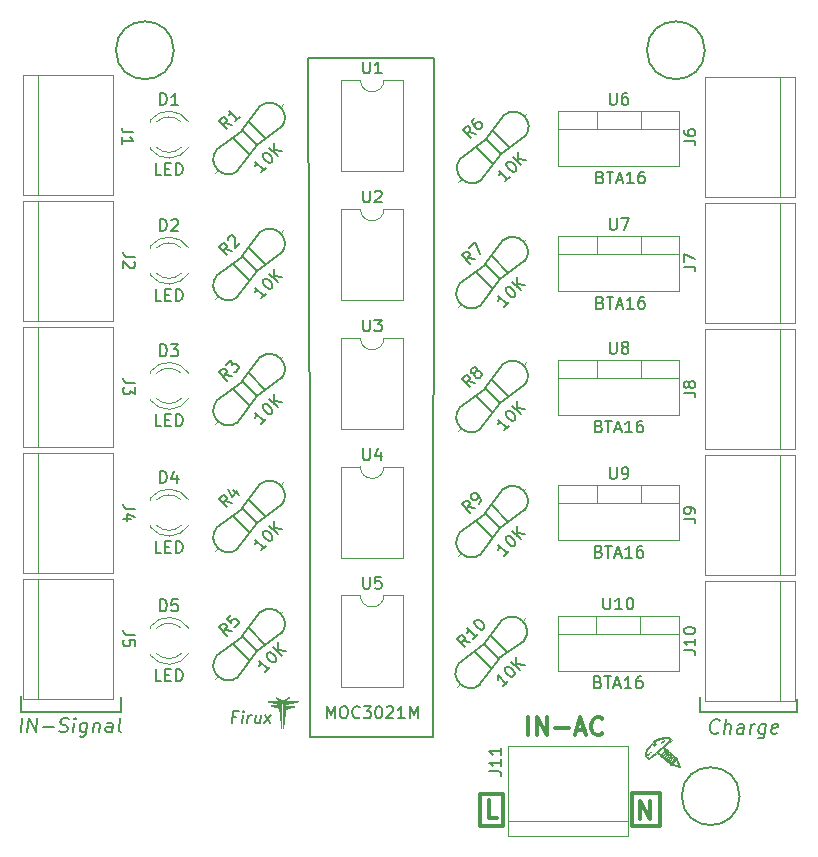
<source format=gbr>
G04 #@! TF.GenerationSoftware,KiCad,Pcbnew,(5.0.0)*
G04 #@! TF.CreationDate,2018-11-08T10:35:27-05:00*
G04 #@! TF.ProjectId,Tarjeta de potencia con moc,5461726A65746120646520706F74656E,rev?*
G04 #@! TF.SameCoordinates,Original*
G04 #@! TF.FileFunction,Legend,Top*
G04 #@! TF.FilePolarity,Positive*
%FSLAX46Y46*%
G04 Gerber Fmt 4.6, Leading zero omitted, Abs format (unit mm)*
G04 Created by KiCad (PCBNEW (5.0.0)) date 11/08/18 10:35:27*
%MOMM*%
%LPD*%
G01*
G04 APERTURE LIST*
%ADD10C,0.300000*%
%ADD11C,0.200000*%
%ADD12C,0.150000*%
%ADD13C,0.120000*%
%ADD14C,0.010000*%
G04 APERTURE END LIST*
D10*
X85547200Y-89458800D02*
X87376000Y-89458800D01*
X85547200Y-92151200D02*
X85547200Y-89458800D01*
X87477600Y-92151200D02*
X85547200Y-92151200D01*
X87477600Y-89458800D02*
X87477600Y-92151200D01*
X98399600Y-89408000D02*
X98399600Y-89763600D01*
X100787200Y-89408000D02*
X98399600Y-89408000D01*
X100787200Y-92151200D02*
X100787200Y-89408000D01*
X98399600Y-92151200D02*
X100787200Y-92151200D01*
X98399600Y-89662000D02*
X98399600Y-92151200D01*
D11*
X64891923Y-82935771D02*
X64558590Y-82935771D01*
X64493114Y-83459580D02*
X64618114Y-82459580D01*
X65094304Y-82459580D01*
X65350257Y-83459580D02*
X65433590Y-82792914D01*
X65475257Y-82459580D02*
X65421685Y-82507200D01*
X65463352Y-82554819D01*
X65516923Y-82507200D01*
X65475257Y-82459580D01*
X65463352Y-82554819D01*
X65826447Y-83459580D02*
X65909780Y-82792914D01*
X65885971Y-82983390D02*
X65945495Y-82888152D01*
X65999066Y-82840533D01*
X66100257Y-82792914D01*
X66195495Y-82792914D01*
X66957400Y-82792914D02*
X66874066Y-83459580D01*
X66528828Y-82792914D02*
X66463352Y-83316723D01*
X66499066Y-83411961D01*
X66588352Y-83459580D01*
X66731209Y-83459580D01*
X66832400Y-83411961D01*
X66885971Y-83364342D01*
X67255019Y-83459580D02*
X67862161Y-82792914D01*
X67338352Y-82792914D02*
X67778828Y-83459580D01*
X107503345Y-89664155D02*
G75*
G03X107503345Y-89664155I-2448945J0D01*
G01*
X104556945Y-26507055D02*
G75*
G03X104556945Y-26507055I-2448945J0D01*
G01*
X59598945Y-26509943D02*
G75*
G03X59598945Y-26509943I-2448945J0D01*
G01*
X105699821Y-84248571D02*
X105635535Y-84305714D01*
X105456964Y-84362857D01*
X105342678Y-84362857D01*
X105178392Y-84305714D01*
X105078392Y-84191428D01*
X105035535Y-84077142D01*
X105006964Y-83848571D01*
X105028392Y-83677142D01*
X105114107Y-83448571D01*
X105185535Y-83334285D01*
X105314107Y-83220000D01*
X105492678Y-83162857D01*
X105606964Y-83162857D01*
X105771250Y-83220000D01*
X105821250Y-83277142D01*
X106199821Y-84362857D02*
X106349821Y-83162857D01*
X106714107Y-84362857D02*
X106792678Y-83734285D01*
X106749821Y-83620000D01*
X106642678Y-83562857D01*
X106471250Y-83562857D01*
X106349821Y-83620000D01*
X106285535Y-83677142D01*
X107799821Y-84362857D02*
X107878392Y-83734285D01*
X107835535Y-83620000D01*
X107728392Y-83562857D01*
X107499821Y-83562857D01*
X107378392Y-83620000D01*
X107806964Y-84305714D02*
X107685535Y-84362857D01*
X107399821Y-84362857D01*
X107292678Y-84305714D01*
X107249821Y-84191428D01*
X107264107Y-84077142D01*
X107335535Y-83962857D01*
X107456964Y-83905714D01*
X107742678Y-83905714D01*
X107864107Y-83848571D01*
X108371250Y-84362857D02*
X108471250Y-83562857D01*
X108442678Y-83791428D02*
X108514107Y-83677142D01*
X108578392Y-83620000D01*
X108699821Y-83562857D01*
X108814107Y-83562857D01*
X109728392Y-83562857D02*
X109606964Y-84534285D01*
X109535535Y-84648571D01*
X109471250Y-84705714D01*
X109349821Y-84762857D01*
X109178392Y-84762857D01*
X109071250Y-84705714D01*
X109635535Y-84305714D02*
X109514107Y-84362857D01*
X109285535Y-84362857D01*
X109178392Y-84305714D01*
X109128392Y-84248571D01*
X109085535Y-84134285D01*
X109128392Y-83791428D01*
X109199821Y-83677142D01*
X109264107Y-83620000D01*
X109385535Y-83562857D01*
X109614107Y-83562857D01*
X109721250Y-83620000D01*
X110664107Y-84305714D02*
X110542678Y-84362857D01*
X110314107Y-84362857D01*
X110206964Y-84305714D01*
X110164107Y-84191428D01*
X110221250Y-83734285D01*
X110292678Y-83620000D01*
X110414107Y-83562857D01*
X110642678Y-83562857D01*
X110749821Y-83620000D01*
X110792678Y-83734285D01*
X110778392Y-83848571D01*
X110192678Y-83962857D01*
X112395000Y-82550000D02*
X112395000Y-81407000D01*
X104140000Y-82550000D02*
X112395000Y-82550000D01*
X104140000Y-81280000D02*
X104140000Y-82550000D01*
X46633964Y-84235857D02*
X46783964Y-83035857D01*
X47205392Y-84235857D02*
X47355392Y-83035857D01*
X47891107Y-84235857D01*
X48041107Y-83035857D01*
X48519678Y-83778714D02*
X49433964Y-83778714D01*
X49898250Y-84178714D02*
X50062535Y-84235857D01*
X50348250Y-84235857D01*
X50469678Y-84178714D01*
X50533964Y-84121571D01*
X50605392Y-84007285D01*
X50619678Y-83893000D01*
X50576821Y-83778714D01*
X50526821Y-83721571D01*
X50419678Y-83664428D01*
X50198250Y-83607285D01*
X50091107Y-83550142D01*
X50041107Y-83493000D01*
X49998250Y-83378714D01*
X50012535Y-83264428D01*
X50083964Y-83150142D01*
X50148250Y-83093000D01*
X50269678Y-83035857D01*
X50555392Y-83035857D01*
X50719678Y-83093000D01*
X51091107Y-84235857D02*
X51191107Y-83435857D01*
X51241107Y-83035857D02*
X51176821Y-83093000D01*
X51226821Y-83150142D01*
X51291107Y-83093000D01*
X51241107Y-83035857D01*
X51226821Y-83150142D01*
X52276821Y-83435857D02*
X52155392Y-84407285D01*
X52083964Y-84521571D01*
X52019678Y-84578714D01*
X51898250Y-84635857D01*
X51726821Y-84635857D01*
X51619678Y-84578714D01*
X52183964Y-84178714D02*
X52062535Y-84235857D01*
X51833964Y-84235857D01*
X51726821Y-84178714D01*
X51676821Y-84121571D01*
X51633964Y-84007285D01*
X51676821Y-83664428D01*
X51748250Y-83550142D01*
X51812535Y-83493000D01*
X51933964Y-83435857D01*
X52162535Y-83435857D01*
X52269678Y-83493000D01*
X52848250Y-83435857D02*
X52748250Y-84235857D01*
X52833964Y-83550142D02*
X52898250Y-83493000D01*
X53019678Y-83435857D01*
X53191107Y-83435857D01*
X53298250Y-83493000D01*
X53341107Y-83607285D01*
X53262535Y-84235857D01*
X54348250Y-84235857D02*
X54426821Y-83607285D01*
X54383964Y-83493000D01*
X54276821Y-83435857D01*
X54048250Y-83435857D01*
X53926821Y-83493000D01*
X54355392Y-84178714D02*
X54233964Y-84235857D01*
X53948250Y-84235857D01*
X53841107Y-84178714D01*
X53798250Y-84064428D01*
X53812535Y-83950142D01*
X53883964Y-83835857D01*
X54005392Y-83778714D01*
X54291107Y-83778714D01*
X54412535Y-83721571D01*
X55091107Y-84235857D02*
X54983964Y-84178714D01*
X54941107Y-84064428D01*
X55069678Y-83035857D01*
X55118000Y-81280000D02*
X55118000Y-81407000D01*
X55118000Y-82550000D02*
X55118000Y-81280000D01*
X46672500Y-82550000D02*
X55118000Y-82550000D01*
X46672500Y-81153000D02*
X46672500Y-82550000D01*
D10*
X89602857Y-84498571D02*
X89602857Y-82998571D01*
X90317142Y-84498571D02*
X90317142Y-82998571D01*
X91174285Y-84498571D01*
X91174285Y-82998571D01*
X91888571Y-83927142D02*
X93031428Y-83927142D01*
X93674285Y-84070000D02*
X94388571Y-84070000D01*
X93531428Y-84498571D02*
X94031428Y-82998571D01*
X94531428Y-84498571D01*
X95888571Y-84355714D02*
X95817142Y-84427142D01*
X95602857Y-84498571D01*
X95460000Y-84498571D01*
X95245714Y-84427142D01*
X95102857Y-84284285D01*
X95031428Y-84141428D01*
X94960000Y-83855714D01*
X94960000Y-83641428D01*
X95031428Y-83355714D01*
X95102857Y-83212857D01*
X95245714Y-83070000D01*
X95460000Y-82998571D01*
X95602857Y-82998571D01*
X95817142Y-83070000D01*
X95888571Y-83141428D01*
X99088628Y-91610571D02*
X99088628Y-90110571D01*
X99945771Y-91610571D01*
X99945771Y-90110571D01*
X86976685Y-91508971D02*
X86262400Y-91508971D01*
X86262400Y-90008971D01*
D11*
X71120000Y-62547500D02*
X70993000Y-27178000D01*
X71120000Y-84632800D02*
X71120000Y-82169000D01*
X71120000Y-62420500D02*
X71120000Y-82169000D01*
X81534000Y-84632800D02*
X71120000Y-84632800D01*
X81661000Y-27178000D02*
X81584800Y-84632800D01*
X70993000Y-27178000D02*
X81661000Y-27178000D01*
D12*
G04 #@! TO.C,R10*
X85085899Y-77434261D02*
X86522739Y-78871101D01*
X87851817Y-77470182D02*
X86450897Y-76069262D01*
X87133397Y-78044918D02*
X85876161Y-76787682D01*
X89216816Y-76536235D02*
X87169318Y-78008997D01*
X85481030Y-80272021D02*
X87133397Y-78044918D01*
X85876161Y-76787682D02*
X87420765Y-74740184D01*
X83684979Y-78475970D02*
X85840240Y-76823603D01*
X85525742Y-80229129D02*
G75*
G02X83720900Y-78440050I-799054J998817D01*
G01*
X87420764Y-74740185D02*
G75*
G02X89225606Y-76529264I799054J-998817D01*
G01*
D13*
X89350035Y-74606965D02*
X89144974Y-74812026D01*
X83551760Y-80405240D02*
X83828663Y-80128337D01*
D12*
G04 #@! TO.C,R9*
X85158104Y-66376556D02*
X86594944Y-67813396D01*
X87924022Y-66412477D02*
X86523102Y-65011557D01*
X87205602Y-66987213D02*
X85948366Y-65729977D01*
X89289021Y-65478530D02*
X87241523Y-66951292D01*
X85553235Y-69214316D02*
X87205602Y-66987213D01*
X85948366Y-65729977D02*
X87492970Y-63682479D01*
X83757184Y-67418265D02*
X85912445Y-65765898D01*
X85597947Y-69171424D02*
G75*
G02X83793105Y-67382345I-799054J998817D01*
G01*
X87492969Y-63682480D02*
G75*
G02X89297811Y-65471559I799054J-998817D01*
G01*
D13*
X89422240Y-63549260D02*
X89217179Y-63754321D01*
X83623965Y-69347535D02*
X83900868Y-69070632D01*
D12*
G04 #@! TO.C,R8*
X85158104Y-55772056D02*
X86594944Y-57208896D01*
X87924022Y-55807977D02*
X86523102Y-54407057D01*
X87205602Y-56382713D02*
X85948366Y-55125477D01*
X89289021Y-54874030D02*
X87241523Y-56346792D01*
X85553235Y-58609816D02*
X87205602Y-56382713D01*
X85948366Y-55125477D02*
X87492970Y-53077979D01*
X83757184Y-56813765D02*
X85912445Y-55161398D01*
X85597947Y-58566924D02*
G75*
G02X83793105Y-56777845I-799054J998817D01*
G01*
X87492969Y-53077980D02*
G75*
G02X89297811Y-54867059I799054J-998817D01*
G01*
D13*
X89422240Y-52944760D02*
X89217179Y-53149821D01*
X83623965Y-58743035D02*
X83900868Y-58466132D01*
D12*
G04 #@! TO.C,R7*
X85158104Y-45294556D02*
X86594944Y-46731396D01*
X87924022Y-45330477D02*
X86523102Y-43929557D01*
X87205602Y-45905213D02*
X85948366Y-44647977D01*
X89289021Y-44396530D02*
X87241523Y-45869292D01*
X85553235Y-48132316D02*
X87205602Y-45905213D01*
X85948366Y-44647977D02*
X87492970Y-42600479D01*
X83757184Y-46336265D02*
X85912445Y-44683898D01*
X85597947Y-48089424D02*
G75*
G02X83793105Y-46300345I-799054J998817D01*
G01*
X87492969Y-42600480D02*
G75*
G02X89297811Y-44389559I799054J-998817D01*
G01*
D13*
X89422240Y-42467260D02*
X89217179Y-42672321D01*
X83623965Y-48265535D02*
X83900868Y-47988632D01*
D12*
G04 #@! TO.C,R6*
X85221604Y-34690056D02*
X86658444Y-36126896D01*
X87987522Y-34725977D02*
X86586602Y-33325057D01*
X87269102Y-35300713D02*
X86011866Y-34043477D01*
X89352521Y-33792030D02*
X87305023Y-35264792D01*
X85616735Y-37527816D02*
X87269102Y-35300713D01*
X86011866Y-34043477D02*
X87556470Y-31995979D01*
X83820684Y-35731765D02*
X85975945Y-34079398D01*
X85661447Y-37484924D02*
G75*
G02X83856605Y-35695845I-799054J998817D01*
G01*
X87556469Y-31995980D02*
G75*
G02X89361311Y-33785059I799054J-998817D01*
G01*
D13*
X89485740Y-31862760D02*
X89280679Y-32067821D01*
X83687465Y-37661035D02*
X83964368Y-37384132D01*
D12*
G04 #@! TO.C,R5*
X64584104Y-76790556D02*
X66020944Y-78227396D01*
X67350022Y-76826477D02*
X65949102Y-75425557D01*
X66631602Y-77401213D02*
X65374366Y-76143977D01*
X68715021Y-75892530D02*
X66667523Y-77365292D01*
X64979235Y-79628316D02*
X66631602Y-77401213D01*
X65374366Y-76143977D02*
X66918970Y-74096479D01*
X63183184Y-77832265D02*
X65338445Y-76179898D01*
X65023947Y-79585424D02*
G75*
G02X63219105Y-77796345I-799054J998817D01*
G01*
X66918969Y-74096480D02*
G75*
G02X68723811Y-75885559I799054J-998817D01*
G01*
D13*
X68848240Y-73963260D02*
X68643179Y-74168321D01*
X63049965Y-79761535D02*
X63326868Y-79484632D01*
D12*
G04 #@! TO.C,R4*
X64584104Y-65932056D02*
X66020944Y-67368896D01*
X67350022Y-65967977D02*
X65949102Y-64567057D01*
X66631602Y-66542713D02*
X65374366Y-65285477D01*
X68715021Y-65034030D02*
X66667523Y-66506792D01*
X64979235Y-68769816D02*
X66631602Y-66542713D01*
X65374366Y-65285477D02*
X66918970Y-63237979D01*
X63183184Y-66973765D02*
X65338445Y-65321398D01*
X65023947Y-68726924D02*
G75*
G02X63219105Y-66937845I-799054J998817D01*
G01*
X66918969Y-63237980D02*
G75*
G02X68723811Y-65027059I799054J-998817D01*
G01*
D13*
X68848240Y-63104760D02*
X68643179Y-63309821D01*
X63049965Y-68903035D02*
X63326868Y-68626132D01*
D12*
G04 #@! TO.C,R3*
X64584104Y-55200556D02*
X66020944Y-56637396D01*
X67350022Y-55236477D02*
X65949102Y-53835557D01*
X66631602Y-55811213D02*
X65374366Y-54553977D01*
X68715021Y-54302530D02*
X66667523Y-55775292D01*
X64979235Y-58038316D02*
X66631602Y-55811213D01*
X65374366Y-54553977D02*
X66918970Y-52506479D01*
X63183184Y-56242265D02*
X65338445Y-54589898D01*
X65023947Y-57995424D02*
G75*
G02X63219105Y-56206345I-799054J998817D01*
G01*
X66918969Y-52506480D02*
G75*
G02X68723811Y-54295559I799054J-998817D01*
G01*
D13*
X68848240Y-52373260D02*
X68643179Y-52578321D01*
X63049965Y-58171535D02*
X63326868Y-57894632D01*
D12*
G04 #@! TO.C,R2*
X64584104Y-44596056D02*
X66020944Y-46032896D01*
X67350022Y-44631977D02*
X65949102Y-43231057D01*
X66631602Y-45206713D02*
X65374366Y-43949477D01*
X68715021Y-43698030D02*
X66667523Y-45170792D01*
X64979235Y-47433816D02*
X66631602Y-45206713D01*
X65374366Y-43949477D02*
X66918970Y-41901979D01*
X63183184Y-45637765D02*
X65338445Y-43985398D01*
X65023947Y-47390924D02*
G75*
G02X63219105Y-45601845I-799054J998817D01*
G01*
X66918969Y-41901980D02*
G75*
G02X68723811Y-43691059I799054J-998817D01*
G01*
D13*
X68848240Y-41768760D02*
X68643179Y-41973821D01*
X63049965Y-47567035D02*
X63326868Y-47290132D01*
D12*
G04 #@! TO.C,R1*
X64584104Y-33928056D02*
X66020944Y-35364896D01*
X67350022Y-33963977D02*
X65949102Y-32563057D01*
X66631602Y-34538713D02*
X65374366Y-33281477D01*
X68715021Y-33030030D02*
X66667523Y-34502792D01*
X64979235Y-36765816D02*
X66631602Y-34538713D01*
X65374366Y-33281477D02*
X66918970Y-31233979D01*
X63183184Y-34969765D02*
X65338445Y-33317398D01*
X65023947Y-36722924D02*
G75*
G02X63219105Y-34933845I-799054J998817D01*
G01*
X66918969Y-31233980D02*
G75*
G02X68723811Y-33023059I799054J-998817D01*
G01*
D13*
X68848240Y-31100760D02*
X68643179Y-31305821D01*
X63049965Y-36899035D02*
X63326868Y-36622132D01*
G04 #@! TO.C,U10*
X99069500Y-74405500D02*
X99069500Y-75915500D01*
X95368500Y-74405500D02*
X95368500Y-75915500D01*
X92098500Y-75915500D02*
X102338500Y-75915500D01*
X102338500Y-74405500D02*
X102338500Y-79046500D01*
X92098500Y-74405500D02*
X92098500Y-79046500D01*
X92098500Y-79046500D02*
X102338500Y-79046500D01*
X92098500Y-74405500D02*
X102338500Y-74405500D01*
G04 #@! TO.C,U9*
X99133000Y-63356500D02*
X99133000Y-64866500D01*
X95432000Y-63356500D02*
X95432000Y-64866500D01*
X92162000Y-64866500D02*
X102402000Y-64866500D01*
X102402000Y-63356500D02*
X102402000Y-67997500D01*
X92162000Y-63356500D02*
X92162000Y-67997500D01*
X92162000Y-67997500D02*
X102402000Y-67997500D01*
X92162000Y-63356500D02*
X102402000Y-63356500D01*
G04 #@! TO.C,U8*
X92162000Y-52752000D02*
X102402000Y-52752000D01*
X92162000Y-57393000D02*
X102402000Y-57393000D01*
X92162000Y-52752000D02*
X92162000Y-57393000D01*
X102402000Y-52752000D02*
X102402000Y-57393000D01*
X92162000Y-54262000D02*
X102402000Y-54262000D01*
X95432000Y-52752000D02*
X95432000Y-54262000D01*
X99133000Y-52752000D02*
X99133000Y-54262000D01*
G04 #@! TO.C,U7*
X99133000Y-42274500D02*
X99133000Y-43784500D01*
X95432000Y-42274500D02*
X95432000Y-43784500D01*
X92162000Y-43784500D02*
X102402000Y-43784500D01*
X102402000Y-42274500D02*
X102402000Y-46915500D01*
X92162000Y-42274500D02*
X92162000Y-46915500D01*
X92162000Y-46915500D02*
X102402000Y-46915500D01*
X92162000Y-42274500D02*
X102402000Y-42274500D01*
G04 #@! TO.C,U5*
X79040500Y-72647500D02*
X77390500Y-72647500D01*
X79040500Y-80387500D02*
X79040500Y-72647500D01*
X73740500Y-80387500D02*
X79040500Y-80387500D01*
X73740500Y-72647500D02*
X73740500Y-80387500D01*
X75390500Y-72647500D02*
X73740500Y-72647500D01*
X77390500Y-72647500D02*
G75*
G02X75390500Y-72647500I-1000000J0D01*
G01*
G04 #@! TO.C,U4*
X79040500Y-61763600D02*
X77390500Y-61763600D01*
X79040500Y-69503600D02*
X79040500Y-61763600D01*
X73740500Y-69503600D02*
X79040500Y-69503600D01*
X73740500Y-61763600D02*
X73740500Y-69503600D01*
X75390500Y-61763600D02*
X73740500Y-61763600D01*
X77390500Y-61763600D02*
G75*
G02X75390500Y-61763600I-1000000J0D01*
G01*
G04 #@! TO.C,U3*
X77390500Y-50867000D02*
G75*
G02X75390500Y-50867000I-1000000J0D01*
G01*
X75390500Y-50867000D02*
X73740500Y-50867000D01*
X73740500Y-50867000D02*
X73740500Y-58607000D01*
X73740500Y-58607000D02*
X79040500Y-58607000D01*
X79040500Y-58607000D02*
X79040500Y-50867000D01*
X79040500Y-50867000D02*
X77390500Y-50867000D01*
G04 #@! TO.C,U2*
X77390500Y-39945000D02*
G75*
G02X75390500Y-39945000I-1000000J0D01*
G01*
X75390500Y-39945000D02*
X73740500Y-39945000D01*
X73740500Y-39945000D02*
X73740500Y-47685000D01*
X73740500Y-47685000D02*
X79040500Y-47685000D01*
X79040500Y-47685000D02*
X79040500Y-39945000D01*
X79040500Y-39945000D02*
X77390500Y-39945000D01*
G04 #@! TO.C,J11*
X98044000Y-91757500D02*
X87884000Y-91757500D01*
X98044000Y-93027500D02*
X98044000Y-85407500D01*
X98044000Y-85407500D02*
X87884000Y-85407500D01*
X87884000Y-85407500D02*
X87884000Y-93027500D01*
X87884000Y-93027500D02*
X98044000Y-93027500D01*
G04 #@! TO.C,J10*
X112204500Y-81597500D02*
X112204500Y-71437500D01*
X104584500Y-81597500D02*
X112204500Y-81597500D01*
X104584500Y-71437500D02*
X104584500Y-81597500D01*
X112204500Y-71437500D02*
X104584500Y-71437500D01*
X110934500Y-71437500D02*
X110934500Y-81597500D01*
G04 #@! TO.C,J9*
X112204500Y-70929500D02*
X112204500Y-60769500D01*
X104584500Y-70929500D02*
X112204500Y-70929500D01*
X104584500Y-60769500D02*
X104584500Y-70929500D01*
X112204500Y-60769500D02*
X104584500Y-60769500D01*
X110934500Y-60769500D02*
X110934500Y-70929500D01*
G04 #@! TO.C,J8*
X112204500Y-60261500D02*
X112204500Y-50101500D01*
X104584500Y-60261500D02*
X112204500Y-60261500D01*
X104584500Y-50101500D02*
X104584500Y-60261500D01*
X112204500Y-50101500D02*
X104584500Y-50101500D01*
X110934500Y-50101500D02*
X110934500Y-60261500D01*
G04 #@! TO.C,J7*
X112204500Y-49593500D02*
X112204500Y-39433500D01*
X104584500Y-49593500D02*
X112204500Y-49593500D01*
X104584500Y-39433500D02*
X104584500Y-49593500D01*
X112204500Y-39433500D02*
X104584500Y-39433500D01*
X110934500Y-39433500D02*
X110934500Y-49593500D01*
G04 #@! TO.C,J6*
X110934500Y-28765500D02*
X110934500Y-38925500D01*
X112204500Y-28765500D02*
X104584500Y-28765500D01*
X104584500Y-28765500D02*
X104584500Y-38925500D01*
X104584500Y-38925500D02*
X112204500Y-38925500D01*
X112204500Y-38925500D02*
X112204500Y-28765500D01*
G04 #@! TO.C,J5*
X46863000Y-71247000D02*
X46863000Y-81407000D01*
X54483000Y-71247000D02*
X46863000Y-71247000D01*
X54483000Y-81407000D02*
X54483000Y-71247000D01*
X46863000Y-81407000D02*
X54483000Y-81407000D01*
X48133000Y-81407000D02*
X48133000Y-71247000D01*
G04 #@! TO.C,J4*
X48133000Y-70739000D02*
X48133000Y-60579000D01*
X46863000Y-70739000D02*
X54483000Y-70739000D01*
X54483000Y-70739000D02*
X54483000Y-60579000D01*
X54483000Y-60579000D02*
X46863000Y-60579000D01*
X46863000Y-60579000D02*
X46863000Y-70739000D01*
G04 #@! TO.C,J3*
X48133000Y-60071000D02*
X48133000Y-49911000D01*
X46863000Y-60071000D02*
X54483000Y-60071000D01*
X54483000Y-60071000D02*
X54483000Y-49911000D01*
X54483000Y-49911000D02*
X46863000Y-49911000D01*
X46863000Y-49911000D02*
X46863000Y-60071000D01*
G04 #@! TO.C,J2*
X48133000Y-49403000D02*
X48133000Y-39243000D01*
X46863000Y-49403000D02*
X54483000Y-49403000D01*
X54483000Y-49403000D02*
X54483000Y-39243000D01*
X54483000Y-39243000D02*
X46863000Y-39243000D01*
X46863000Y-39243000D02*
X46863000Y-49403000D01*
G04 #@! TO.C,D5*
X57622000Y-77597500D02*
X57622000Y-77753500D01*
X57622000Y-75281500D02*
X57622000Y-75437500D01*
X60223130Y-77597337D02*
G75*
G02X58141039Y-77597500I-1041130J1079837D01*
G01*
X60223130Y-75437663D02*
G75*
G03X58141039Y-75437500I-1041130J-1079837D01*
G01*
X60854335Y-77596108D02*
G75*
G02X57622000Y-77753016I-1672335J1078608D01*
G01*
X60854335Y-75438892D02*
G75*
G03X57622000Y-75281984I-1672335J-1078608D01*
G01*
G04 #@! TO.C,D4*
X60854335Y-64580392D02*
G75*
G03X57622000Y-64423484I-1672335J-1078608D01*
G01*
X60854335Y-66737608D02*
G75*
G02X57622000Y-66894516I-1672335J1078608D01*
G01*
X60223130Y-64579163D02*
G75*
G03X58141039Y-64579000I-1041130J-1079837D01*
G01*
X60223130Y-66738837D02*
G75*
G02X58141039Y-66739000I-1041130J1079837D01*
G01*
X57622000Y-64423000D02*
X57622000Y-64579000D01*
X57622000Y-66739000D02*
X57622000Y-66895000D01*
G04 #@! TO.C,D3*
X60854335Y-53848892D02*
G75*
G03X57622000Y-53691984I-1672335J-1078608D01*
G01*
X60854335Y-56006108D02*
G75*
G02X57622000Y-56163016I-1672335J1078608D01*
G01*
X60223130Y-53847663D02*
G75*
G03X58141039Y-53847500I-1041130J-1079837D01*
G01*
X60223130Y-56007337D02*
G75*
G02X58141039Y-56007500I-1041130J1079837D01*
G01*
X57622000Y-53691500D02*
X57622000Y-53847500D01*
X57622000Y-56007500D02*
X57622000Y-56163500D01*
G04 #@! TO.C,D2*
X57622000Y-45403000D02*
X57622000Y-45559000D01*
X57622000Y-43087000D02*
X57622000Y-43243000D01*
X60223130Y-45402837D02*
G75*
G02X58141039Y-45403000I-1041130J1079837D01*
G01*
X60223130Y-43243163D02*
G75*
G03X58141039Y-43243000I-1041130J-1079837D01*
G01*
X60854335Y-45401608D02*
G75*
G02X57622000Y-45558516I-1672335J1078608D01*
G01*
X60854335Y-43244392D02*
G75*
G03X57622000Y-43087484I-1672335J-1078608D01*
G01*
G04 #@! TO.C,D1*
X57622000Y-34735000D02*
X57622000Y-34891000D01*
X57622000Y-32419000D02*
X57622000Y-32575000D01*
X60223130Y-34734837D02*
G75*
G02X58141039Y-34735000I-1041130J1079837D01*
G01*
X60223130Y-32575163D02*
G75*
G03X58141039Y-32575000I-1041130J-1079837D01*
G01*
X60854335Y-34733608D02*
G75*
G02X57622000Y-34890516I-1672335J1078608D01*
G01*
X60854335Y-32576392D02*
G75*
G03X57622000Y-32419484I-1672335J-1078608D01*
G01*
G04 #@! TO.C,U6*
X92162000Y-31670000D02*
X102402000Y-31670000D01*
X92162000Y-36311000D02*
X102402000Y-36311000D01*
X92162000Y-31670000D02*
X92162000Y-36311000D01*
X102402000Y-31670000D02*
X102402000Y-36311000D01*
X92162000Y-33180000D02*
X102402000Y-33180000D01*
X95432000Y-31670000D02*
X95432000Y-33180000D01*
X99133000Y-31670000D02*
X99133000Y-33180000D01*
G04 #@! TO.C,J1*
X48133000Y-38735000D02*
X48133000Y-28575000D01*
X46863000Y-38735000D02*
X54483000Y-38735000D01*
X54483000Y-38735000D02*
X54483000Y-28575000D01*
X54483000Y-28575000D02*
X46863000Y-28575000D01*
X46863000Y-28575000D02*
X46863000Y-38735000D01*
G04 #@! TO.C,U1*
X79040500Y-29023000D02*
X77390500Y-29023000D01*
X79040500Y-36763000D02*
X79040500Y-29023000D01*
X73740500Y-36763000D02*
X79040500Y-36763000D01*
X73740500Y-29023000D02*
X73740500Y-36763000D01*
X75390500Y-29023000D02*
X73740500Y-29023000D01*
X77390500Y-29023000D02*
G75*
G02X75390500Y-29023000I-1000000J0D01*
G01*
D14*
G04 #@! TO.C,G\002A\002A\002A*
G36*
X101113020Y-84953376D02*
X101049520Y-85017773D01*
X100996501Y-85062259D01*
X100917647Y-85118325D01*
X100869731Y-85139182D01*
X100863018Y-85133528D01*
X100890839Y-85090838D01*
X100960849Y-85024955D01*
X100996502Y-84996477D01*
X101086512Y-84935364D01*
X101125351Y-84923452D01*
X101113020Y-84953376D01*
X101113020Y-84953376D01*
G37*
X101113020Y-84953376D02*
X101049520Y-85017773D01*
X100996501Y-85062259D01*
X100917647Y-85118325D01*
X100869731Y-85139182D01*
X100863018Y-85133528D01*
X100890839Y-85090838D01*
X100960849Y-85024955D01*
X100996502Y-84996477D01*
X101086512Y-84935364D01*
X101125351Y-84923452D01*
X101113020Y-84953376D01*
G36*
X101445013Y-84670734D02*
X101570038Y-84755332D01*
X101591371Y-84774602D01*
X101744699Y-84917624D01*
X101481235Y-85137086D01*
X101353954Y-85245169D01*
X101242493Y-85343504D01*
X101165130Y-85415835D01*
X101148899Y-85432652D01*
X101102711Y-85492520D01*
X101109768Y-85537786D01*
X101149054Y-85585033D01*
X101225331Y-85642894D01*
X101286368Y-85661309D01*
X101350404Y-85692698D01*
X101404406Y-85764576D01*
X101468594Y-85846660D01*
X101541296Y-85888525D01*
X101623810Y-85937098D01*
X101675084Y-86002905D01*
X101740957Y-86081297D01*
X101808568Y-86117319D01*
X101890845Y-86165914D01*
X101942051Y-86231734D01*
X102009165Y-86310418D01*
X102078669Y-86346670D01*
X102140072Y-86379345D01*
X102189883Y-86455116D01*
X102235260Y-86577146D01*
X102291075Y-86741728D01*
X102355579Y-86917223D01*
X102382797Y-86986609D01*
X102423167Y-87092734D01*
X102433958Y-87156615D01*
X102405615Y-87182376D01*
X102328584Y-87174143D01*
X102193311Y-87136039D01*
X102102508Y-87107598D01*
X101958645Y-87068279D01*
X101824760Y-87041814D01*
X101751811Y-87034800D01*
X101651756Y-87016575D01*
X101609545Y-86971097D01*
X101655750Y-86971097D01*
X101682640Y-86995152D01*
X101696702Y-86996144D01*
X101731810Y-86968562D01*
X101757089Y-86942039D01*
X101864069Y-86942039D01*
X101916191Y-86970230D01*
X102008600Y-87002515D01*
X102117764Y-87032874D01*
X102220150Y-87055282D01*
X102292227Y-87063719D01*
X102312268Y-87056745D01*
X102298831Y-87004678D01*
X102265089Y-86913065D01*
X102220896Y-86805231D01*
X102176107Y-86704498D01*
X102140575Y-86634188D01*
X102125819Y-86615450D01*
X102088457Y-86642365D01*
X102027000Y-86708029D01*
X101958178Y-86791566D01*
X101898724Y-86872099D01*
X101865368Y-86928753D01*
X101864069Y-86942039D01*
X101757089Y-86942039D01*
X101802256Y-86894651D01*
X101895753Y-86787660D01*
X101947031Y-86726232D01*
X102063503Y-86576116D01*
X102125083Y-86475220D01*
X102133134Y-86421250D01*
X102130200Y-86417439D01*
X102088138Y-86422903D01*
X102009822Y-86489473D01*
X101893423Y-86618781D01*
X101861295Y-86657296D01*
X101742290Y-86807908D01*
X101674704Y-86910595D01*
X101655750Y-86971097D01*
X101609545Y-86971097D01*
X101589897Y-86949929D01*
X101580190Y-86931015D01*
X101516001Y-86848932D01*
X101443300Y-86807066D01*
X101370238Y-86764057D01*
X101575104Y-86764057D01*
X101591296Y-86790786D01*
X101614341Y-86818728D01*
X101634605Y-86829173D01*
X101662826Y-86813312D01*
X101709742Y-86762338D01*
X101786091Y-86667444D01*
X101867414Y-86564325D01*
X101933268Y-86460117D01*
X101948576Y-86384585D01*
X101911814Y-86349099D01*
X101896467Y-86347796D01*
X101858393Y-86374852D01*
X101787940Y-86445621D01*
X101704548Y-86539921D01*
X101618061Y-86647829D01*
X101577349Y-86717147D01*
X101575104Y-86764057D01*
X101370238Y-86764057D01*
X101360786Y-86758493D01*
X101309919Y-86693209D01*
X101396952Y-86693209D01*
X101417183Y-86729762D01*
X101475582Y-86704877D01*
X101568710Y-86621043D01*
X101693128Y-86480751D01*
X101697228Y-86475793D01*
X101809256Y-86330106D01*
X101864074Y-86233839D01*
X101864108Y-86189486D01*
X101818937Y-86196649D01*
X101734327Y-86268720D01*
X101611505Y-86404339D01*
X101514732Y-86522301D01*
X101440643Y-86620020D01*
X101400753Y-86681991D01*
X101396952Y-86693209D01*
X101309919Y-86693209D01*
X101309511Y-86692686D01*
X101243638Y-86614295D01*
X101176028Y-86578272D01*
X101102459Y-86534642D01*
X101299735Y-86534642D01*
X101301055Y-86537593D01*
X101337489Y-86571306D01*
X101386367Y-86558866D01*
X101458541Y-86494122D01*
X101538072Y-86403258D01*
X101634587Y-86278206D01*
X101677147Y-86195460D01*
X101668857Y-86146710D01*
X101640173Y-86130120D01*
X101594269Y-86149436D01*
X101522946Y-86213329D01*
X101442017Y-86302797D01*
X101367296Y-86398840D01*
X101314597Y-86482456D01*
X101299735Y-86534642D01*
X101102459Y-86534642D01*
X101094255Y-86529777D01*
X101064655Y-86491580D01*
X101113870Y-86491580D01*
X101113885Y-86505152D01*
X101135922Y-86528379D01*
X101166339Y-86524558D01*
X101214841Y-86485772D01*
X101291134Y-86404105D01*
X101404925Y-86271640D01*
X101415484Y-86259150D01*
X101525984Y-86121958D01*
X101586409Y-86029581D01*
X101601553Y-85973850D01*
X101593072Y-85956588D01*
X101549524Y-85928126D01*
X101538174Y-85930819D01*
X101509638Y-85965620D01*
X101444020Y-86044662D01*
X101353177Y-86153679D01*
X101308183Y-86207568D01*
X101213954Y-86327186D01*
X101145868Y-86426933D01*
X101113870Y-86491580D01*
X101064655Y-86491580D01*
X101041895Y-86462210D01*
X100976897Y-86386564D01*
X100907404Y-86354372D01*
X100830030Y-86319463D01*
X100819834Y-86305813D01*
X101032768Y-86305813D01*
X101034088Y-86308764D01*
X101070522Y-86342477D01*
X101119400Y-86330037D01*
X101191574Y-86265293D01*
X101271105Y-86174429D01*
X101367620Y-86049377D01*
X101410180Y-85966631D01*
X101401890Y-85917881D01*
X101373206Y-85901291D01*
X101327302Y-85920607D01*
X101255979Y-85984500D01*
X101175050Y-86073968D01*
X101100329Y-86170011D01*
X101047630Y-86253627D01*
X101032768Y-86305813D01*
X100819834Y-86305813D01*
X100799128Y-86278096D01*
X100796718Y-86274339D01*
X100845692Y-86274339D01*
X100878106Y-86294322D01*
X100930154Y-86269769D01*
X101008833Y-86194946D01*
X101121143Y-86064115D01*
X101158613Y-86017856D01*
X101264985Y-85875756D01*
X101323542Y-85775309D01*
X101332717Y-85720592D01*
X101290947Y-85715686D01*
X101271782Y-85722971D01*
X101222452Y-85763050D01*
X101147808Y-85843992D01*
X101060785Y-85949063D01*
X100974314Y-86061528D01*
X100901327Y-86164652D01*
X100854757Y-86241700D01*
X100845692Y-86274339D01*
X100796718Y-86274339D01*
X100758995Y-86215538D01*
X100682065Y-86131458D01*
X100641673Y-86093829D01*
X100505307Y-85973346D01*
X100174913Y-86255916D01*
X100041443Y-86368161D01*
X99928845Y-86459287D01*
X99849742Y-86519311D01*
X99817598Y-86538486D01*
X99774882Y-86516479D01*
X99694848Y-86460136D01*
X99636074Y-86414537D01*
X99549088Y-86341363D01*
X99504966Y-86282515D01*
X99492218Y-86209036D01*
X99492268Y-86208214D01*
X99555399Y-86208214D01*
X99669128Y-86127233D01*
X99760727Y-86055207D01*
X99829963Y-85989370D01*
X99833539Y-85985181D01*
X99910630Y-85917887D01*
X99963636Y-85886342D01*
X99975076Y-85891830D01*
X99937408Y-85938917D01*
X99858468Y-86018453D01*
X99817741Y-86056703D01*
X99592434Y-86264834D01*
X99702270Y-86359311D01*
X99812106Y-86453787D01*
X99932311Y-86353119D01*
X99993260Y-86301740D01*
X100103255Y-86208680D01*
X100253208Y-86081638D01*
X100434033Y-85928316D01*
X100438828Y-85924247D01*
X100576982Y-85924247D01*
X100691397Y-86020235D01*
X100770448Y-86081977D01*
X100824095Y-86115618D01*
X100830863Y-86117595D01*
X100866276Y-86091259D01*
X100934509Y-86021037D01*
X101016705Y-85926922D01*
X101101720Y-85822789D01*
X101143367Y-85758136D01*
X101148030Y-85714628D01*
X101122097Y-85673931D01*
X101109691Y-85659955D01*
X101052270Y-85607137D01*
X100997254Y-85593045D01*
X100928560Y-85622119D01*
X100830105Y-85698796D01*
X100766629Y-85754640D01*
X100576982Y-85924247D01*
X100438828Y-85924247D01*
X100636643Y-85756417D01*
X100838537Y-85585033D01*
X101624558Y-84917615D01*
X101501221Y-84809506D01*
X101422783Y-84747798D01*
X101351246Y-84718924D01*
X101255972Y-84715072D01*
X101161276Y-84722830D01*
X100835239Y-84791254D01*
X100516191Y-84927969D01*
X100411004Y-84989895D01*
X100245026Y-85095106D01*
X100332727Y-85188459D01*
X100420427Y-85281812D01*
X100337560Y-85364679D01*
X100254692Y-85447546D01*
X100157968Y-85356679D01*
X100061244Y-85265811D01*
X99926571Y-85396342D01*
X99793767Y-85560498D01*
X99678755Y-85767106D01*
X99599133Y-85982346D01*
X99581932Y-86058711D01*
X99555399Y-86208214D01*
X99492268Y-86208214D01*
X99499353Y-86091967D01*
X99500963Y-86074020D01*
X99561317Y-85812717D01*
X99690961Y-85558755D01*
X99883132Y-85325310D01*
X99887450Y-85321055D01*
X100048558Y-85162939D01*
X100152692Y-85244850D01*
X100239547Y-85299114D01*
X100279774Y-85297755D01*
X100265613Y-85248422D01*
X100214268Y-85184154D01*
X100156502Y-85117772D01*
X100148837Y-85078495D01*
X100188371Y-85038574D01*
X100198226Y-85030789D01*
X100317360Y-84952573D01*
X100481240Y-84864372D01*
X100662008Y-84779585D01*
X100831806Y-84711610D01*
X100920226Y-84683551D01*
X101137527Y-84637207D01*
X101306649Y-84632147D01*
X101445013Y-84670734D01*
X101445013Y-84670734D01*
G37*
X101445013Y-84670734D02*
X101570038Y-84755332D01*
X101591371Y-84774602D01*
X101744699Y-84917624D01*
X101481235Y-85137086D01*
X101353954Y-85245169D01*
X101242493Y-85343504D01*
X101165130Y-85415835D01*
X101148899Y-85432652D01*
X101102711Y-85492520D01*
X101109768Y-85537786D01*
X101149054Y-85585033D01*
X101225331Y-85642894D01*
X101286368Y-85661309D01*
X101350404Y-85692698D01*
X101404406Y-85764576D01*
X101468594Y-85846660D01*
X101541296Y-85888525D01*
X101623810Y-85937098D01*
X101675084Y-86002905D01*
X101740957Y-86081297D01*
X101808568Y-86117319D01*
X101890845Y-86165914D01*
X101942051Y-86231734D01*
X102009165Y-86310418D01*
X102078669Y-86346670D01*
X102140072Y-86379345D01*
X102189883Y-86455116D01*
X102235260Y-86577146D01*
X102291075Y-86741728D01*
X102355579Y-86917223D01*
X102382797Y-86986609D01*
X102423167Y-87092734D01*
X102433958Y-87156615D01*
X102405615Y-87182376D01*
X102328584Y-87174143D01*
X102193311Y-87136039D01*
X102102508Y-87107598D01*
X101958645Y-87068279D01*
X101824760Y-87041814D01*
X101751811Y-87034800D01*
X101651756Y-87016575D01*
X101609545Y-86971097D01*
X101655750Y-86971097D01*
X101682640Y-86995152D01*
X101696702Y-86996144D01*
X101731810Y-86968562D01*
X101757089Y-86942039D01*
X101864069Y-86942039D01*
X101916191Y-86970230D01*
X102008600Y-87002515D01*
X102117764Y-87032874D01*
X102220150Y-87055282D01*
X102292227Y-87063719D01*
X102312268Y-87056745D01*
X102298831Y-87004678D01*
X102265089Y-86913065D01*
X102220896Y-86805231D01*
X102176107Y-86704498D01*
X102140575Y-86634188D01*
X102125819Y-86615450D01*
X102088457Y-86642365D01*
X102027000Y-86708029D01*
X101958178Y-86791566D01*
X101898724Y-86872099D01*
X101865368Y-86928753D01*
X101864069Y-86942039D01*
X101757089Y-86942039D01*
X101802256Y-86894651D01*
X101895753Y-86787660D01*
X101947031Y-86726232D01*
X102063503Y-86576116D01*
X102125083Y-86475220D01*
X102133134Y-86421250D01*
X102130200Y-86417439D01*
X102088138Y-86422903D01*
X102009822Y-86489473D01*
X101893423Y-86618781D01*
X101861295Y-86657296D01*
X101742290Y-86807908D01*
X101674704Y-86910595D01*
X101655750Y-86971097D01*
X101609545Y-86971097D01*
X101589897Y-86949929D01*
X101580190Y-86931015D01*
X101516001Y-86848932D01*
X101443300Y-86807066D01*
X101370238Y-86764057D01*
X101575104Y-86764057D01*
X101591296Y-86790786D01*
X101614341Y-86818728D01*
X101634605Y-86829173D01*
X101662826Y-86813312D01*
X101709742Y-86762338D01*
X101786091Y-86667444D01*
X101867414Y-86564325D01*
X101933268Y-86460117D01*
X101948576Y-86384585D01*
X101911814Y-86349099D01*
X101896467Y-86347796D01*
X101858393Y-86374852D01*
X101787940Y-86445621D01*
X101704548Y-86539921D01*
X101618061Y-86647829D01*
X101577349Y-86717147D01*
X101575104Y-86764057D01*
X101370238Y-86764057D01*
X101360786Y-86758493D01*
X101309919Y-86693209D01*
X101396952Y-86693209D01*
X101417183Y-86729762D01*
X101475582Y-86704877D01*
X101568710Y-86621043D01*
X101693128Y-86480751D01*
X101697228Y-86475793D01*
X101809256Y-86330106D01*
X101864074Y-86233839D01*
X101864108Y-86189486D01*
X101818937Y-86196649D01*
X101734327Y-86268720D01*
X101611505Y-86404339D01*
X101514732Y-86522301D01*
X101440643Y-86620020D01*
X101400753Y-86681991D01*
X101396952Y-86693209D01*
X101309919Y-86693209D01*
X101309511Y-86692686D01*
X101243638Y-86614295D01*
X101176028Y-86578272D01*
X101102459Y-86534642D01*
X101299735Y-86534642D01*
X101301055Y-86537593D01*
X101337489Y-86571306D01*
X101386367Y-86558866D01*
X101458541Y-86494122D01*
X101538072Y-86403258D01*
X101634587Y-86278206D01*
X101677147Y-86195460D01*
X101668857Y-86146710D01*
X101640173Y-86130120D01*
X101594269Y-86149436D01*
X101522946Y-86213329D01*
X101442017Y-86302797D01*
X101367296Y-86398840D01*
X101314597Y-86482456D01*
X101299735Y-86534642D01*
X101102459Y-86534642D01*
X101094255Y-86529777D01*
X101064655Y-86491580D01*
X101113870Y-86491580D01*
X101113885Y-86505152D01*
X101135922Y-86528379D01*
X101166339Y-86524558D01*
X101214841Y-86485772D01*
X101291134Y-86404105D01*
X101404925Y-86271640D01*
X101415484Y-86259150D01*
X101525984Y-86121958D01*
X101586409Y-86029581D01*
X101601553Y-85973850D01*
X101593072Y-85956588D01*
X101549524Y-85928126D01*
X101538174Y-85930819D01*
X101509638Y-85965620D01*
X101444020Y-86044662D01*
X101353177Y-86153679D01*
X101308183Y-86207568D01*
X101213954Y-86327186D01*
X101145868Y-86426933D01*
X101113870Y-86491580D01*
X101064655Y-86491580D01*
X101041895Y-86462210D01*
X100976897Y-86386564D01*
X100907404Y-86354372D01*
X100830030Y-86319463D01*
X100819834Y-86305813D01*
X101032768Y-86305813D01*
X101034088Y-86308764D01*
X101070522Y-86342477D01*
X101119400Y-86330037D01*
X101191574Y-86265293D01*
X101271105Y-86174429D01*
X101367620Y-86049377D01*
X101410180Y-85966631D01*
X101401890Y-85917881D01*
X101373206Y-85901291D01*
X101327302Y-85920607D01*
X101255979Y-85984500D01*
X101175050Y-86073968D01*
X101100329Y-86170011D01*
X101047630Y-86253627D01*
X101032768Y-86305813D01*
X100819834Y-86305813D01*
X100799128Y-86278096D01*
X100796718Y-86274339D01*
X100845692Y-86274339D01*
X100878106Y-86294322D01*
X100930154Y-86269769D01*
X101008833Y-86194946D01*
X101121143Y-86064115D01*
X101158613Y-86017856D01*
X101264985Y-85875756D01*
X101323542Y-85775309D01*
X101332717Y-85720592D01*
X101290947Y-85715686D01*
X101271782Y-85722971D01*
X101222452Y-85763050D01*
X101147808Y-85843992D01*
X101060785Y-85949063D01*
X100974314Y-86061528D01*
X100901327Y-86164652D01*
X100854757Y-86241700D01*
X100845692Y-86274339D01*
X100796718Y-86274339D01*
X100758995Y-86215538D01*
X100682065Y-86131458D01*
X100641673Y-86093829D01*
X100505307Y-85973346D01*
X100174913Y-86255916D01*
X100041443Y-86368161D01*
X99928845Y-86459287D01*
X99849742Y-86519311D01*
X99817598Y-86538486D01*
X99774882Y-86516479D01*
X99694848Y-86460136D01*
X99636074Y-86414537D01*
X99549088Y-86341363D01*
X99504966Y-86282515D01*
X99492218Y-86209036D01*
X99492268Y-86208214D01*
X99555399Y-86208214D01*
X99669128Y-86127233D01*
X99760727Y-86055207D01*
X99829963Y-85989370D01*
X99833539Y-85985181D01*
X99910630Y-85917887D01*
X99963636Y-85886342D01*
X99975076Y-85891830D01*
X99937408Y-85938917D01*
X99858468Y-86018453D01*
X99817741Y-86056703D01*
X99592434Y-86264834D01*
X99702270Y-86359311D01*
X99812106Y-86453787D01*
X99932311Y-86353119D01*
X99993260Y-86301740D01*
X100103255Y-86208680D01*
X100253208Y-86081638D01*
X100434033Y-85928316D01*
X100438828Y-85924247D01*
X100576982Y-85924247D01*
X100691397Y-86020235D01*
X100770448Y-86081977D01*
X100824095Y-86115618D01*
X100830863Y-86117595D01*
X100866276Y-86091259D01*
X100934509Y-86021037D01*
X101016705Y-85926922D01*
X101101720Y-85822789D01*
X101143367Y-85758136D01*
X101148030Y-85714628D01*
X101122097Y-85673931D01*
X101109691Y-85659955D01*
X101052270Y-85607137D01*
X100997254Y-85593045D01*
X100928560Y-85622119D01*
X100830105Y-85698796D01*
X100766629Y-85754640D01*
X100576982Y-85924247D01*
X100438828Y-85924247D01*
X100636643Y-85756417D01*
X100838537Y-85585033D01*
X101624558Y-84917615D01*
X101501221Y-84809506D01*
X101422783Y-84747798D01*
X101351246Y-84718924D01*
X101255972Y-84715072D01*
X101161276Y-84722830D01*
X100835239Y-84791254D01*
X100516191Y-84927969D01*
X100411004Y-84989895D01*
X100245026Y-85095106D01*
X100332727Y-85188459D01*
X100420427Y-85281812D01*
X100337560Y-85364679D01*
X100254692Y-85447546D01*
X100157968Y-85356679D01*
X100061244Y-85265811D01*
X99926571Y-85396342D01*
X99793767Y-85560498D01*
X99678755Y-85767106D01*
X99599133Y-85982346D01*
X99581932Y-86058711D01*
X99555399Y-86208214D01*
X99492268Y-86208214D01*
X99499353Y-86091967D01*
X99500963Y-86074020D01*
X99561317Y-85812717D01*
X99690961Y-85558755D01*
X99883132Y-85325310D01*
X99887450Y-85321055D01*
X100048558Y-85162939D01*
X100152692Y-85244850D01*
X100239547Y-85299114D01*
X100279774Y-85297755D01*
X100265613Y-85248422D01*
X100214268Y-85184154D01*
X100156502Y-85117772D01*
X100148837Y-85078495D01*
X100188371Y-85038574D01*
X100198226Y-85030789D01*
X100317360Y-84952573D01*
X100481240Y-84864372D01*
X100662008Y-84779585D01*
X100831806Y-84711610D01*
X100920226Y-84683551D01*
X101137527Y-84637207D01*
X101306649Y-84632147D01*
X101445013Y-84670734D01*
G36*
X69336920Y-81298456D02*
X69334303Y-81300824D01*
X69328130Y-81306214D01*
X69318665Y-81314401D01*
X69306172Y-81325162D01*
X69290915Y-81338270D01*
X69273156Y-81353501D01*
X69253160Y-81370630D01*
X69231191Y-81389432D01*
X69207512Y-81409683D01*
X69182386Y-81431158D01*
X69156078Y-81453631D01*
X69128851Y-81476878D01*
X69100968Y-81500674D01*
X69072695Y-81524795D01*
X69044293Y-81549014D01*
X69016027Y-81573109D01*
X68988161Y-81596852D01*
X68960958Y-81620021D01*
X68934681Y-81642390D01*
X68909595Y-81663733D01*
X68885964Y-81683827D01*
X68864050Y-81702447D01*
X68844118Y-81719367D01*
X68826431Y-81734362D01*
X68811254Y-81747209D01*
X68798848Y-81757681D01*
X68789479Y-81765555D01*
X68783410Y-81770605D01*
X68780905Y-81772607D01*
X68780855Y-81772631D01*
X68778778Y-81771005D01*
X68773045Y-81766281D01*
X68763877Y-81758645D01*
X68751494Y-81748281D01*
X68736116Y-81735377D01*
X68717964Y-81720117D01*
X68697259Y-81702688D01*
X68674219Y-81683274D01*
X68649067Y-81662061D01*
X68622023Y-81639235D01*
X68593306Y-81614982D01*
X68563137Y-81589487D01*
X68531737Y-81562936D01*
X68506891Y-81541916D01*
X68474651Y-81514630D01*
X68443452Y-81488217D01*
X68413519Y-81462867D01*
X68385073Y-81438768D01*
X68358336Y-81416109D01*
X68333531Y-81395078D01*
X68310880Y-81375864D01*
X68290606Y-81358656D01*
X68272932Y-81343642D01*
X68258078Y-81331012D01*
X68246269Y-81320953D01*
X68237726Y-81313655D01*
X68232671Y-81309306D01*
X68231301Y-81308092D01*
X68230686Y-81307482D01*
X68230150Y-81306943D01*
X68229922Y-81306589D01*
X68230230Y-81306535D01*
X68231303Y-81306895D01*
X68233368Y-81307783D01*
X68236653Y-81309313D01*
X68241386Y-81311600D01*
X68247796Y-81314757D01*
X68256109Y-81318900D01*
X68266555Y-81324142D01*
X68279362Y-81330598D01*
X68294756Y-81338381D01*
X68312967Y-81347607D01*
X68334222Y-81358389D01*
X68358750Y-81370842D01*
X68386778Y-81385080D01*
X68418534Y-81401217D01*
X68454247Y-81419367D01*
X68494144Y-81439646D01*
X68516279Y-81450896D01*
X68550253Y-81468150D01*
X68582984Y-81484748D01*
X68614185Y-81500545D01*
X68643568Y-81515396D01*
X68670847Y-81529159D01*
X68695736Y-81541688D01*
X68717946Y-81552839D01*
X68737191Y-81562468D01*
X68753184Y-81570432D01*
X68765639Y-81576585D01*
X68774267Y-81580784D01*
X68778783Y-81582884D01*
X68779393Y-81583106D01*
X68781924Y-81581966D01*
X68788653Y-81578653D01*
X68799268Y-81573329D01*
X68813454Y-81566153D01*
X68830898Y-81557288D01*
X68851287Y-81546895D01*
X68874307Y-81535134D01*
X68899645Y-81522166D01*
X68926987Y-81508153D01*
X68956020Y-81493256D01*
X68986430Y-81477636D01*
X69017904Y-81461453D01*
X69050129Y-81444869D01*
X69082790Y-81428046D01*
X69115574Y-81411143D01*
X69148168Y-81394322D01*
X69180259Y-81377745D01*
X69211532Y-81361571D01*
X69241675Y-81345963D01*
X69270374Y-81331081D01*
X69297315Y-81317087D01*
X69308980Y-81311018D01*
X69319941Y-81305441D01*
X69328735Y-81301216D01*
X69334687Y-81298648D01*
X69337123Y-81298038D01*
X69336920Y-81298456D01*
X69336920Y-81298456D01*
G37*
X69336920Y-81298456D02*
X69334303Y-81300824D01*
X69328130Y-81306214D01*
X69318665Y-81314401D01*
X69306172Y-81325162D01*
X69290915Y-81338270D01*
X69273156Y-81353501D01*
X69253160Y-81370630D01*
X69231191Y-81389432D01*
X69207512Y-81409683D01*
X69182386Y-81431158D01*
X69156078Y-81453631D01*
X69128851Y-81476878D01*
X69100968Y-81500674D01*
X69072695Y-81524795D01*
X69044293Y-81549014D01*
X69016027Y-81573109D01*
X68988161Y-81596852D01*
X68960958Y-81620021D01*
X68934681Y-81642390D01*
X68909595Y-81663733D01*
X68885964Y-81683827D01*
X68864050Y-81702447D01*
X68844118Y-81719367D01*
X68826431Y-81734362D01*
X68811254Y-81747209D01*
X68798848Y-81757681D01*
X68789479Y-81765555D01*
X68783410Y-81770605D01*
X68780905Y-81772607D01*
X68780855Y-81772631D01*
X68778778Y-81771005D01*
X68773045Y-81766281D01*
X68763877Y-81758645D01*
X68751494Y-81748281D01*
X68736116Y-81735377D01*
X68717964Y-81720117D01*
X68697259Y-81702688D01*
X68674219Y-81683274D01*
X68649067Y-81662061D01*
X68622023Y-81639235D01*
X68593306Y-81614982D01*
X68563137Y-81589487D01*
X68531737Y-81562936D01*
X68506891Y-81541916D01*
X68474651Y-81514630D01*
X68443452Y-81488217D01*
X68413519Y-81462867D01*
X68385073Y-81438768D01*
X68358336Y-81416109D01*
X68333531Y-81395078D01*
X68310880Y-81375864D01*
X68290606Y-81358656D01*
X68272932Y-81343642D01*
X68258078Y-81331012D01*
X68246269Y-81320953D01*
X68237726Y-81313655D01*
X68232671Y-81309306D01*
X68231301Y-81308092D01*
X68230686Y-81307482D01*
X68230150Y-81306943D01*
X68229922Y-81306589D01*
X68230230Y-81306535D01*
X68231303Y-81306895D01*
X68233368Y-81307783D01*
X68236653Y-81309313D01*
X68241386Y-81311600D01*
X68247796Y-81314757D01*
X68256109Y-81318900D01*
X68266555Y-81324142D01*
X68279362Y-81330598D01*
X68294756Y-81338381D01*
X68312967Y-81347607D01*
X68334222Y-81358389D01*
X68358750Y-81370842D01*
X68386778Y-81385080D01*
X68418534Y-81401217D01*
X68454247Y-81419367D01*
X68494144Y-81439646D01*
X68516279Y-81450896D01*
X68550253Y-81468150D01*
X68582984Y-81484748D01*
X68614185Y-81500545D01*
X68643568Y-81515396D01*
X68670847Y-81529159D01*
X68695736Y-81541688D01*
X68717946Y-81552839D01*
X68737191Y-81562468D01*
X68753184Y-81570432D01*
X68765639Y-81576585D01*
X68774267Y-81580784D01*
X68778783Y-81582884D01*
X68779393Y-81583106D01*
X68781924Y-81581966D01*
X68788653Y-81578653D01*
X68799268Y-81573329D01*
X68813454Y-81566153D01*
X68830898Y-81557288D01*
X68851287Y-81546895D01*
X68874307Y-81535134D01*
X68899645Y-81522166D01*
X68926987Y-81508153D01*
X68956020Y-81493256D01*
X68986430Y-81477636D01*
X69017904Y-81461453D01*
X69050129Y-81444869D01*
X69082790Y-81428046D01*
X69115574Y-81411143D01*
X69148168Y-81394322D01*
X69180259Y-81377745D01*
X69211532Y-81361571D01*
X69241675Y-81345963D01*
X69270374Y-81331081D01*
X69297315Y-81317087D01*
X69308980Y-81311018D01*
X69319941Y-81305441D01*
X69328735Y-81301216D01*
X69334687Y-81298648D01*
X69337123Y-81298038D01*
X69336920Y-81298456D01*
G36*
X69518438Y-81643473D02*
X69571070Y-81643506D01*
X69622394Y-81643555D01*
X69672177Y-81643620D01*
X69720183Y-81643700D01*
X69766179Y-81643793D01*
X69809929Y-81643899D01*
X69851200Y-81644017D01*
X69889758Y-81644146D01*
X69925367Y-81644285D01*
X69957793Y-81644432D01*
X69986803Y-81644589D01*
X70012161Y-81644752D01*
X70033633Y-81644922D01*
X70050986Y-81645097D01*
X70063984Y-81645276D01*
X70072392Y-81645459D01*
X70075978Y-81645645D01*
X70076060Y-81645663D01*
X70078548Y-81646499D01*
X70079817Y-81647299D01*
X70079401Y-81648194D01*
X70076834Y-81649316D01*
X70071651Y-81650798D01*
X70063388Y-81652770D01*
X70051578Y-81655365D01*
X70035757Y-81658715D01*
X70015459Y-81662950D01*
X70013830Y-81663290D01*
X69994052Y-81667405D01*
X69973316Y-81671721D01*
X69952989Y-81675953D01*
X69934437Y-81679815D01*
X69919029Y-81683023D01*
X69914770Y-81683911D01*
X69898294Y-81687338D01*
X69880543Y-81691026D01*
X69863506Y-81694560D01*
X69849169Y-81697528D01*
X69847460Y-81697882D01*
X69838062Y-81699829D01*
X69824491Y-81702648D01*
X69807547Y-81706172D01*
X69788027Y-81710236D01*
X69766733Y-81714672D01*
X69744462Y-81719315D01*
X69725540Y-81723262D01*
X69701621Y-81728253D01*
X69676744Y-81733442D01*
X69651962Y-81738611D01*
X69628330Y-81743538D01*
X69606902Y-81748006D01*
X69588733Y-81751793D01*
X69579490Y-81753719D01*
X69561395Y-81757490D01*
X69539827Y-81761990D01*
X69516281Y-81766905D01*
X69492256Y-81771924D01*
X69469249Y-81776732D01*
X69457570Y-81779174D01*
X69439827Y-81782884D01*
X69422880Y-81786426D01*
X69406231Y-81789901D01*
X69389383Y-81793415D01*
X69371837Y-81797070D01*
X69353099Y-81800970D01*
X69332669Y-81805218D01*
X69310051Y-81809917D01*
X69284749Y-81815171D01*
X69256263Y-81821084D01*
X69224098Y-81827758D01*
X69187756Y-81835298D01*
X69163575Y-81840314D01*
X69042300Y-81865470D01*
X69042280Y-82054700D01*
X69408963Y-82054699D01*
X69456439Y-82054716D01*
X69501711Y-82054764D01*
X69544546Y-82054842D01*
X69584709Y-82054949D01*
X69621967Y-82055083D01*
X69656086Y-82055243D01*
X69686831Y-82055428D01*
X69713968Y-82055635D01*
X69737265Y-82055864D01*
X69756486Y-82056113D01*
X69771397Y-82056381D01*
X69781766Y-82056666D01*
X69787357Y-82056966D01*
X69788058Y-82057057D01*
X69797217Y-82059120D01*
X69805616Y-82061527D01*
X69808090Y-82062408D01*
X69810519Y-82063538D01*
X69811271Y-82064648D01*
X69809804Y-82065963D01*
X69805580Y-82067705D01*
X69798059Y-82070098D01*
X69786702Y-82073364D01*
X69771260Y-82077647D01*
X69756631Y-82081672D01*
X69737560Y-82086909D01*
X69714507Y-82093233D01*
X69687928Y-82100520D01*
X69658283Y-82108643D01*
X69626031Y-82117476D01*
X69591630Y-82126895D01*
X69555539Y-82136774D01*
X69518216Y-82146988D01*
X69480119Y-82157410D01*
X69441709Y-82167916D01*
X69403442Y-82178380D01*
X69365779Y-82188677D01*
X69329176Y-82198681D01*
X69294094Y-82208267D01*
X69260990Y-82217308D01*
X69230324Y-82225681D01*
X69202553Y-82233258D01*
X69184520Y-82238176D01*
X69158715Y-82245214D01*
X69134413Y-82251851D01*
X69112048Y-82257967D01*
X69092056Y-82263443D01*
X69074872Y-82268159D01*
X69060932Y-82271995D01*
X69050671Y-82274832D01*
X69044525Y-82276551D01*
X69042862Y-82277041D01*
X69042372Y-82279576D01*
X69041394Y-82286412D01*
X69040025Y-82296804D01*
X69038361Y-82310010D01*
X69036501Y-82325283D01*
X69035873Y-82330554D01*
X69033907Y-82347109D01*
X69032072Y-82362565D01*
X69030479Y-82375987D01*
X69029238Y-82386438D01*
X69028461Y-82392982D01*
X69028365Y-82393790D01*
X69027586Y-82400296D01*
X69026364Y-82410442D01*
X69024866Y-82422827D01*
X69023306Y-82435700D01*
X69022360Y-82443559D01*
X69020876Y-82455968D01*
X69018915Y-82472429D01*
X69016535Y-82492446D01*
X69013794Y-82515524D01*
X69010752Y-82541165D01*
X69007467Y-82568874D01*
X69003999Y-82598154D01*
X69000406Y-82628509D01*
X68997975Y-82649060D01*
X68990722Y-82710398D01*
X68984041Y-82766891D01*
X68977910Y-82818739D01*
X68972304Y-82866140D01*
X68967200Y-82909295D01*
X68962574Y-82948402D01*
X68958403Y-82983663D01*
X68954663Y-83015275D01*
X68951331Y-83043439D01*
X68948382Y-83068355D01*
X68945794Y-83090221D01*
X68943542Y-83109238D01*
X68941602Y-83125604D01*
X68939953Y-83139521D01*
X68938568Y-83151186D01*
X68937426Y-83160800D01*
X68936503Y-83168563D01*
X68935774Y-83174673D01*
X68935216Y-83179331D01*
X68934806Y-83182736D01*
X68934519Y-83185087D01*
X68934373Y-83186270D01*
X68933711Y-83191690D01*
X68932511Y-83201673D01*
X68930818Y-83215841D01*
X68928676Y-83233819D01*
X68926129Y-83255229D01*
X68923222Y-83279695D01*
X68919999Y-83306841D01*
X68916506Y-83336290D01*
X68912787Y-83367665D01*
X68908885Y-83400591D01*
X68904847Y-83434689D01*
X68900715Y-83469585D01*
X68896536Y-83504902D01*
X68892353Y-83540262D01*
X68888211Y-83575290D01*
X68884154Y-83609609D01*
X68880227Y-83642842D01*
X68876475Y-83674613D01*
X68872942Y-83704545D01*
X68869673Y-83732263D01*
X68866712Y-83757389D01*
X68864104Y-83779546D01*
X68861892Y-83798359D01*
X68860123Y-83813451D01*
X68858840Y-83824445D01*
X68858088Y-83830965D01*
X68857923Y-83832455D01*
X68856751Y-83842087D01*
X68855455Y-83850513D01*
X68854526Y-83855021D01*
X68853344Y-83858641D01*
X68852160Y-83858596D01*
X68850269Y-83854418D01*
X68849146Y-83851456D01*
X68848835Y-83850147D01*
X68848541Y-83847836D01*
X68848264Y-83844381D01*
X68848002Y-83839644D01*
X68847755Y-83833483D01*
X68847523Y-83825759D01*
X68847306Y-83816331D01*
X68847102Y-83805060D01*
X68846910Y-83791805D01*
X68846732Y-83776427D01*
X68846565Y-83758785D01*
X68846409Y-83738740D01*
X68846264Y-83716150D01*
X68846129Y-83690877D01*
X68846004Y-83662779D01*
X68845888Y-83631718D01*
X68845781Y-83597553D01*
X68845681Y-83560143D01*
X68845589Y-83519349D01*
X68845503Y-83475030D01*
X68845424Y-83427048D01*
X68845350Y-83375260D01*
X68845281Y-83319529D01*
X68845217Y-83259712D01*
X68845157Y-83195671D01*
X68845100Y-83127265D01*
X68845046Y-83054354D01*
X68844994Y-82976798D01*
X68844944Y-82894457D01*
X68844895Y-82807192D01*
X68844889Y-82797650D01*
X68844327Y-81753710D01*
X68877581Y-81723230D01*
X68891178Y-81710835D01*
X68906151Y-81697299D01*
X68921010Y-81683961D01*
X68934261Y-81672166D01*
X68939001Y-81667985D01*
X68967167Y-81643220D01*
X69518438Y-81643473D01*
X69518438Y-81643473D01*
G37*
X69518438Y-81643473D02*
X69571070Y-81643506D01*
X69622394Y-81643555D01*
X69672177Y-81643620D01*
X69720183Y-81643700D01*
X69766179Y-81643793D01*
X69809929Y-81643899D01*
X69851200Y-81644017D01*
X69889758Y-81644146D01*
X69925367Y-81644285D01*
X69957793Y-81644432D01*
X69986803Y-81644589D01*
X70012161Y-81644752D01*
X70033633Y-81644922D01*
X70050986Y-81645097D01*
X70063984Y-81645276D01*
X70072392Y-81645459D01*
X70075978Y-81645645D01*
X70076060Y-81645663D01*
X70078548Y-81646499D01*
X70079817Y-81647299D01*
X70079401Y-81648194D01*
X70076834Y-81649316D01*
X70071651Y-81650798D01*
X70063388Y-81652770D01*
X70051578Y-81655365D01*
X70035757Y-81658715D01*
X70015459Y-81662950D01*
X70013830Y-81663290D01*
X69994052Y-81667405D01*
X69973316Y-81671721D01*
X69952989Y-81675953D01*
X69934437Y-81679815D01*
X69919029Y-81683023D01*
X69914770Y-81683911D01*
X69898294Y-81687338D01*
X69880543Y-81691026D01*
X69863506Y-81694560D01*
X69849169Y-81697528D01*
X69847460Y-81697882D01*
X69838062Y-81699829D01*
X69824491Y-81702648D01*
X69807547Y-81706172D01*
X69788027Y-81710236D01*
X69766733Y-81714672D01*
X69744462Y-81719315D01*
X69725540Y-81723262D01*
X69701621Y-81728253D01*
X69676744Y-81733442D01*
X69651962Y-81738611D01*
X69628330Y-81743538D01*
X69606902Y-81748006D01*
X69588733Y-81751793D01*
X69579490Y-81753719D01*
X69561395Y-81757490D01*
X69539827Y-81761990D01*
X69516281Y-81766905D01*
X69492256Y-81771924D01*
X69469249Y-81776732D01*
X69457570Y-81779174D01*
X69439827Y-81782884D01*
X69422880Y-81786426D01*
X69406231Y-81789901D01*
X69389383Y-81793415D01*
X69371837Y-81797070D01*
X69353099Y-81800970D01*
X69332669Y-81805218D01*
X69310051Y-81809917D01*
X69284749Y-81815171D01*
X69256263Y-81821084D01*
X69224098Y-81827758D01*
X69187756Y-81835298D01*
X69163575Y-81840314D01*
X69042300Y-81865470D01*
X69042280Y-82054700D01*
X69408963Y-82054699D01*
X69456439Y-82054716D01*
X69501711Y-82054764D01*
X69544546Y-82054842D01*
X69584709Y-82054949D01*
X69621967Y-82055083D01*
X69656086Y-82055243D01*
X69686831Y-82055428D01*
X69713968Y-82055635D01*
X69737265Y-82055864D01*
X69756486Y-82056113D01*
X69771397Y-82056381D01*
X69781766Y-82056666D01*
X69787357Y-82056966D01*
X69788058Y-82057057D01*
X69797217Y-82059120D01*
X69805616Y-82061527D01*
X69808090Y-82062408D01*
X69810519Y-82063538D01*
X69811271Y-82064648D01*
X69809804Y-82065963D01*
X69805580Y-82067705D01*
X69798059Y-82070098D01*
X69786702Y-82073364D01*
X69771260Y-82077647D01*
X69756631Y-82081672D01*
X69737560Y-82086909D01*
X69714507Y-82093233D01*
X69687928Y-82100520D01*
X69658283Y-82108643D01*
X69626031Y-82117476D01*
X69591630Y-82126895D01*
X69555539Y-82136774D01*
X69518216Y-82146988D01*
X69480119Y-82157410D01*
X69441709Y-82167916D01*
X69403442Y-82178380D01*
X69365779Y-82188677D01*
X69329176Y-82198681D01*
X69294094Y-82208267D01*
X69260990Y-82217308D01*
X69230324Y-82225681D01*
X69202553Y-82233258D01*
X69184520Y-82238176D01*
X69158715Y-82245214D01*
X69134413Y-82251851D01*
X69112048Y-82257967D01*
X69092056Y-82263443D01*
X69074872Y-82268159D01*
X69060932Y-82271995D01*
X69050671Y-82274832D01*
X69044525Y-82276551D01*
X69042862Y-82277041D01*
X69042372Y-82279576D01*
X69041394Y-82286412D01*
X69040025Y-82296804D01*
X69038361Y-82310010D01*
X69036501Y-82325283D01*
X69035873Y-82330554D01*
X69033907Y-82347109D01*
X69032072Y-82362565D01*
X69030479Y-82375987D01*
X69029238Y-82386438D01*
X69028461Y-82392982D01*
X69028365Y-82393790D01*
X69027586Y-82400296D01*
X69026364Y-82410442D01*
X69024866Y-82422827D01*
X69023306Y-82435700D01*
X69022360Y-82443559D01*
X69020876Y-82455968D01*
X69018915Y-82472429D01*
X69016535Y-82492446D01*
X69013794Y-82515524D01*
X69010752Y-82541165D01*
X69007467Y-82568874D01*
X69003999Y-82598154D01*
X69000406Y-82628509D01*
X68997975Y-82649060D01*
X68990722Y-82710398D01*
X68984041Y-82766891D01*
X68977910Y-82818739D01*
X68972304Y-82866140D01*
X68967200Y-82909295D01*
X68962574Y-82948402D01*
X68958403Y-82983663D01*
X68954663Y-83015275D01*
X68951331Y-83043439D01*
X68948382Y-83068355D01*
X68945794Y-83090221D01*
X68943542Y-83109238D01*
X68941602Y-83125604D01*
X68939953Y-83139521D01*
X68938568Y-83151186D01*
X68937426Y-83160800D01*
X68936503Y-83168563D01*
X68935774Y-83174673D01*
X68935216Y-83179331D01*
X68934806Y-83182736D01*
X68934519Y-83185087D01*
X68934373Y-83186270D01*
X68933711Y-83191690D01*
X68932511Y-83201673D01*
X68930818Y-83215841D01*
X68928676Y-83233819D01*
X68926129Y-83255229D01*
X68923222Y-83279695D01*
X68919999Y-83306841D01*
X68916506Y-83336290D01*
X68912787Y-83367665D01*
X68908885Y-83400591D01*
X68904847Y-83434689D01*
X68900715Y-83469585D01*
X68896536Y-83504902D01*
X68892353Y-83540262D01*
X68888211Y-83575290D01*
X68884154Y-83609609D01*
X68880227Y-83642842D01*
X68876475Y-83674613D01*
X68872942Y-83704545D01*
X68869673Y-83732263D01*
X68866712Y-83757389D01*
X68864104Y-83779546D01*
X68861892Y-83798359D01*
X68860123Y-83813451D01*
X68858840Y-83824445D01*
X68858088Y-83830965D01*
X68857923Y-83832455D01*
X68856751Y-83842087D01*
X68855455Y-83850513D01*
X68854526Y-83855021D01*
X68853344Y-83858641D01*
X68852160Y-83858596D01*
X68850269Y-83854418D01*
X68849146Y-83851456D01*
X68848835Y-83850147D01*
X68848541Y-83847836D01*
X68848264Y-83844381D01*
X68848002Y-83839644D01*
X68847755Y-83833483D01*
X68847523Y-83825759D01*
X68847306Y-83816331D01*
X68847102Y-83805060D01*
X68846910Y-83791805D01*
X68846732Y-83776427D01*
X68846565Y-83758785D01*
X68846409Y-83738740D01*
X68846264Y-83716150D01*
X68846129Y-83690877D01*
X68846004Y-83662779D01*
X68845888Y-83631718D01*
X68845781Y-83597553D01*
X68845681Y-83560143D01*
X68845589Y-83519349D01*
X68845503Y-83475030D01*
X68845424Y-83427048D01*
X68845350Y-83375260D01*
X68845281Y-83319529D01*
X68845217Y-83259712D01*
X68845157Y-83195671D01*
X68845100Y-83127265D01*
X68845046Y-83054354D01*
X68844994Y-82976798D01*
X68844944Y-82894457D01*
X68844895Y-82807192D01*
X68844889Y-82797650D01*
X68844327Y-81753710D01*
X68877581Y-81723230D01*
X68891178Y-81710835D01*
X68906151Y-81697299D01*
X68921010Y-81683961D01*
X68934261Y-81672166D01*
X68939001Y-81667985D01*
X68967167Y-81643220D01*
X69518438Y-81643473D01*
G36*
X68617169Y-81661600D02*
X68625410Y-81668428D01*
X68636404Y-81677823D01*
X68649156Y-81688921D01*
X68662673Y-81700856D01*
X68675764Y-81712586D01*
X68714620Y-81747694D01*
X68714580Y-82784482D01*
X68714541Y-83821270D01*
X68708411Y-83842860D01*
X68705728Y-83851737D01*
X68703599Y-83857698D01*
X68702324Y-83859956D01*
X68702096Y-83859370D01*
X68701803Y-83856349D01*
X68700997Y-83848729D01*
X68699729Y-83836958D01*
X68698048Y-83821485D01*
X68696003Y-83802758D01*
X68693645Y-83781227D01*
X68691022Y-83757340D01*
X68688185Y-83731546D01*
X68685182Y-83704295D01*
X68682064Y-83676035D01*
X68678880Y-83647215D01*
X68675680Y-83618283D01*
X68672512Y-83589690D01*
X68669428Y-83561882D01*
X68666475Y-83535311D01*
X68663705Y-83510423D01*
X68661166Y-83487669D01*
X68658908Y-83467497D01*
X68656980Y-83450356D01*
X68655433Y-83436695D01*
X68654971Y-83432650D01*
X68654332Y-83426985D01*
X68653218Y-83417006D01*
X68651708Y-83403446D01*
X68649886Y-83387040D01*
X68647833Y-83368521D01*
X68645630Y-83348623D01*
X68644670Y-83339940D01*
X68642441Y-83319830D01*
X68640336Y-83300922D01*
X68638433Y-83283922D01*
X68636812Y-83269535D01*
X68635553Y-83258469D01*
X68634735Y-83251430D01*
X68634532Y-83249770D01*
X68634110Y-83246126D01*
X68633158Y-83237715D01*
X68631709Y-83224819D01*
X68629794Y-83207720D01*
X68627445Y-83186700D01*
X68624693Y-83162041D01*
X68621569Y-83134025D01*
X68618106Y-83102933D01*
X68614333Y-83069049D01*
X68610283Y-83032653D01*
X68605987Y-82994028D01*
X68601477Y-82953456D01*
X68596784Y-82911219D01*
X68591939Y-82867598D01*
X68590095Y-82850990D01*
X68585202Y-82806924D01*
X68580450Y-82764137D01*
X68575869Y-82722909D01*
X68571492Y-82683523D01*
X68567350Y-82646261D01*
X68563474Y-82611405D01*
X68559895Y-82579236D01*
X68556645Y-82550037D01*
X68553756Y-82524089D01*
X68551258Y-82501675D01*
X68549183Y-82483077D01*
X68547562Y-82468577D01*
X68546428Y-82458456D01*
X68545810Y-82452996D01*
X68545719Y-82452210D01*
X68545191Y-82447636D01*
X68544168Y-82438569D01*
X68542711Y-82425565D01*
X68540883Y-82409180D01*
X68538745Y-82389970D01*
X68536360Y-82368492D01*
X68533789Y-82345301D01*
X68531567Y-82325224D01*
X68528930Y-82301464D01*
X68526456Y-82279311D01*
X68524201Y-82259263D01*
X68522222Y-82241820D01*
X68520575Y-82227481D01*
X68519318Y-82216744D01*
X68518508Y-82210109D01*
X68518207Y-82208056D01*
X68515770Y-82207293D01*
X68508745Y-82205142D01*
X68497408Y-82201686D01*
X68482034Y-82197009D01*
X68462898Y-82191194D01*
X68440275Y-82184325D01*
X68414440Y-82176484D01*
X68385668Y-82167756D01*
X68354234Y-82158225D01*
X68320413Y-82147972D01*
X68284480Y-82137083D01*
X68246711Y-82125640D01*
X68207379Y-82113726D01*
X68176140Y-82104266D01*
X68135755Y-82092028D01*
X68096700Y-82080176D01*
X68059252Y-82068793D01*
X68023688Y-82057966D01*
X67990283Y-82047779D01*
X67959316Y-82038317D01*
X67931063Y-82029664D01*
X67905800Y-82021906D01*
X67883805Y-82015127D01*
X67865355Y-82009413D01*
X67850726Y-82004848D01*
X67840195Y-82001516D01*
X67834039Y-81999504D01*
X67832456Y-81998908D01*
X67833201Y-81996765D01*
X67837482Y-81993597D01*
X67840076Y-81992194D01*
X67841616Y-81991503D01*
X67843484Y-81990879D01*
X67845942Y-81990319D01*
X67849255Y-81989817D01*
X67853686Y-81989368D01*
X67859496Y-81988969D01*
X67866949Y-81988614D01*
X67876308Y-81988299D01*
X67887837Y-81988019D01*
X67901797Y-81987770D01*
X67918452Y-81987547D01*
X67938065Y-81987344D01*
X67960899Y-81987159D01*
X67987217Y-81986985D01*
X68017282Y-81986819D01*
X68051357Y-81986655D01*
X68089704Y-81986489D01*
X68132588Y-81986317D01*
X68180270Y-81986133D01*
X68183760Y-81986120D01*
X68517770Y-81984850D01*
X68518452Y-81927175D01*
X68519134Y-81869501D01*
X68509562Y-81866951D01*
X68505003Y-81865813D01*
X68496095Y-81863658D01*
X68483436Y-81860628D01*
X68467624Y-81856866D01*
X68449255Y-81852513D01*
X68428927Y-81847712D01*
X68407238Y-81842604D01*
X68402200Y-81841419D01*
X68325994Y-81823507D01*
X68254590Y-81806716D01*
X68187841Y-81791013D01*
X68125602Y-81776362D01*
X68067727Y-81762728D01*
X68014070Y-81750076D01*
X67964485Y-81738371D01*
X67918828Y-81727579D01*
X67876952Y-81717665D01*
X67838711Y-81708593D01*
X67803961Y-81700329D01*
X67772555Y-81692837D01*
X67744348Y-81686083D01*
X67719194Y-81680033D01*
X67696948Y-81674650D01*
X67677464Y-81669900D01*
X67660595Y-81665748D01*
X67646198Y-81662160D01*
X67634125Y-81659100D01*
X67624231Y-81656533D01*
X67616371Y-81654425D01*
X67610399Y-81652740D01*
X67606170Y-81651444D01*
X67603537Y-81650501D01*
X67602355Y-81649878D01*
X67602293Y-81649630D01*
X67605054Y-81649270D01*
X67612613Y-81648932D01*
X67624991Y-81648613D01*
X67642210Y-81648314D01*
X67664291Y-81648036D01*
X67691254Y-81647776D01*
X67723122Y-81647537D01*
X67759916Y-81647317D01*
X67801657Y-81647116D01*
X67848367Y-81646935D01*
X67900066Y-81646772D01*
X67956777Y-81646628D01*
X68018520Y-81646503D01*
X68085317Y-81646397D01*
X68101162Y-81646376D01*
X68597431Y-81645722D01*
X68617169Y-81661600D01*
X68617169Y-81661600D01*
G37*
X68617169Y-81661600D02*
X68625410Y-81668428D01*
X68636404Y-81677823D01*
X68649156Y-81688921D01*
X68662673Y-81700856D01*
X68675764Y-81712586D01*
X68714620Y-81747694D01*
X68714580Y-82784482D01*
X68714541Y-83821270D01*
X68708411Y-83842860D01*
X68705728Y-83851737D01*
X68703599Y-83857698D01*
X68702324Y-83859956D01*
X68702096Y-83859370D01*
X68701803Y-83856349D01*
X68700997Y-83848729D01*
X68699729Y-83836958D01*
X68698048Y-83821485D01*
X68696003Y-83802758D01*
X68693645Y-83781227D01*
X68691022Y-83757340D01*
X68688185Y-83731546D01*
X68685182Y-83704295D01*
X68682064Y-83676035D01*
X68678880Y-83647215D01*
X68675680Y-83618283D01*
X68672512Y-83589690D01*
X68669428Y-83561882D01*
X68666475Y-83535311D01*
X68663705Y-83510423D01*
X68661166Y-83487669D01*
X68658908Y-83467497D01*
X68656980Y-83450356D01*
X68655433Y-83436695D01*
X68654971Y-83432650D01*
X68654332Y-83426985D01*
X68653218Y-83417006D01*
X68651708Y-83403446D01*
X68649886Y-83387040D01*
X68647833Y-83368521D01*
X68645630Y-83348623D01*
X68644670Y-83339940D01*
X68642441Y-83319830D01*
X68640336Y-83300922D01*
X68638433Y-83283922D01*
X68636812Y-83269535D01*
X68635553Y-83258469D01*
X68634735Y-83251430D01*
X68634532Y-83249770D01*
X68634110Y-83246126D01*
X68633158Y-83237715D01*
X68631709Y-83224819D01*
X68629794Y-83207720D01*
X68627445Y-83186700D01*
X68624693Y-83162041D01*
X68621569Y-83134025D01*
X68618106Y-83102933D01*
X68614333Y-83069049D01*
X68610283Y-83032653D01*
X68605987Y-82994028D01*
X68601477Y-82953456D01*
X68596784Y-82911219D01*
X68591939Y-82867598D01*
X68590095Y-82850990D01*
X68585202Y-82806924D01*
X68580450Y-82764137D01*
X68575869Y-82722909D01*
X68571492Y-82683523D01*
X68567350Y-82646261D01*
X68563474Y-82611405D01*
X68559895Y-82579236D01*
X68556645Y-82550037D01*
X68553756Y-82524089D01*
X68551258Y-82501675D01*
X68549183Y-82483077D01*
X68547562Y-82468577D01*
X68546428Y-82458456D01*
X68545810Y-82452996D01*
X68545719Y-82452210D01*
X68545191Y-82447636D01*
X68544168Y-82438569D01*
X68542711Y-82425565D01*
X68540883Y-82409180D01*
X68538745Y-82389970D01*
X68536360Y-82368492D01*
X68533789Y-82345301D01*
X68531567Y-82325224D01*
X68528930Y-82301464D01*
X68526456Y-82279311D01*
X68524201Y-82259263D01*
X68522222Y-82241820D01*
X68520575Y-82227481D01*
X68519318Y-82216744D01*
X68518508Y-82210109D01*
X68518207Y-82208056D01*
X68515770Y-82207293D01*
X68508745Y-82205142D01*
X68497408Y-82201686D01*
X68482034Y-82197009D01*
X68462898Y-82191194D01*
X68440275Y-82184325D01*
X68414440Y-82176484D01*
X68385668Y-82167756D01*
X68354234Y-82158225D01*
X68320413Y-82147972D01*
X68284480Y-82137083D01*
X68246711Y-82125640D01*
X68207379Y-82113726D01*
X68176140Y-82104266D01*
X68135755Y-82092028D01*
X68096700Y-82080176D01*
X68059252Y-82068793D01*
X68023688Y-82057966D01*
X67990283Y-82047779D01*
X67959316Y-82038317D01*
X67931063Y-82029664D01*
X67905800Y-82021906D01*
X67883805Y-82015127D01*
X67865355Y-82009413D01*
X67850726Y-82004848D01*
X67840195Y-82001516D01*
X67834039Y-81999504D01*
X67832456Y-81998908D01*
X67833201Y-81996765D01*
X67837482Y-81993597D01*
X67840076Y-81992194D01*
X67841616Y-81991503D01*
X67843484Y-81990879D01*
X67845942Y-81990319D01*
X67849255Y-81989817D01*
X67853686Y-81989368D01*
X67859496Y-81988969D01*
X67866949Y-81988614D01*
X67876308Y-81988299D01*
X67887837Y-81988019D01*
X67901797Y-81987770D01*
X67918452Y-81987547D01*
X67938065Y-81987344D01*
X67960899Y-81987159D01*
X67987217Y-81986985D01*
X68017282Y-81986819D01*
X68051357Y-81986655D01*
X68089704Y-81986489D01*
X68132588Y-81986317D01*
X68180270Y-81986133D01*
X68183760Y-81986120D01*
X68517770Y-81984850D01*
X68518452Y-81927175D01*
X68519134Y-81869501D01*
X68509562Y-81866951D01*
X68505003Y-81865813D01*
X68496095Y-81863658D01*
X68483436Y-81860628D01*
X68467624Y-81856866D01*
X68449255Y-81852513D01*
X68428927Y-81847712D01*
X68407238Y-81842604D01*
X68402200Y-81841419D01*
X68325994Y-81823507D01*
X68254590Y-81806716D01*
X68187841Y-81791013D01*
X68125602Y-81776362D01*
X68067727Y-81762728D01*
X68014070Y-81750076D01*
X67964485Y-81738371D01*
X67918828Y-81727579D01*
X67876952Y-81717665D01*
X67838711Y-81708593D01*
X67803961Y-81700329D01*
X67772555Y-81692837D01*
X67744348Y-81686083D01*
X67719194Y-81680033D01*
X67696948Y-81674650D01*
X67677464Y-81669900D01*
X67660595Y-81665748D01*
X67646198Y-81662160D01*
X67634125Y-81659100D01*
X67624231Y-81656533D01*
X67616371Y-81654425D01*
X67610399Y-81652740D01*
X67606170Y-81651444D01*
X67603537Y-81650501D01*
X67602355Y-81649878D01*
X67602293Y-81649630D01*
X67605054Y-81649270D01*
X67612613Y-81648932D01*
X67624991Y-81648613D01*
X67642210Y-81648314D01*
X67664291Y-81648036D01*
X67691254Y-81647776D01*
X67723122Y-81647537D01*
X67759916Y-81647317D01*
X67801657Y-81647116D01*
X67848367Y-81646935D01*
X67900066Y-81646772D01*
X67956777Y-81646628D01*
X68018520Y-81646503D01*
X68085317Y-81646397D01*
X68101162Y-81646376D01*
X68597431Y-81645722D01*
X68617169Y-81661600D01*
G04 #@! TO.C,R10*
D12*
X84682793Y-76647136D02*
X84110374Y-76546121D01*
X84278732Y-77051197D02*
X83571626Y-76344090D01*
X83841000Y-76074716D01*
X83942015Y-76041044D01*
X84009358Y-76041044D01*
X84110374Y-76074716D01*
X84211389Y-76175731D01*
X84245061Y-76276747D01*
X84245061Y-76344090D01*
X84211389Y-76445105D01*
X83942015Y-76714479D01*
X85356229Y-75973701D02*
X84952168Y-76377762D01*
X85154198Y-76175731D02*
X84447091Y-75468624D01*
X84480763Y-75636983D01*
X84480763Y-75771670D01*
X84447091Y-75872686D01*
X85086855Y-74828861D02*
X85154198Y-74761518D01*
X85255213Y-74727846D01*
X85322557Y-74727846D01*
X85423572Y-74761518D01*
X85591931Y-74862533D01*
X85760290Y-75030892D01*
X85861305Y-75199250D01*
X85894977Y-75300266D01*
X85894977Y-75367609D01*
X85861305Y-75468624D01*
X85793961Y-75535968D01*
X85692946Y-75569640D01*
X85625603Y-75569640D01*
X85524587Y-75535968D01*
X85356229Y-75434953D01*
X85187870Y-75266594D01*
X85086855Y-75098235D01*
X85053183Y-74997220D01*
X85053183Y-74929876D01*
X85086855Y-74828861D01*
X87915955Y-79947641D02*
X87511894Y-80351702D01*
X87713924Y-80149671D02*
X87006817Y-79442564D01*
X87040489Y-79610923D01*
X87040489Y-79745610D01*
X87006817Y-79846625D01*
X87646581Y-78802801D02*
X87713924Y-78735457D01*
X87814939Y-78701786D01*
X87882283Y-78701786D01*
X87983298Y-78735457D01*
X88151657Y-78836473D01*
X88320016Y-79004831D01*
X88421031Y-79173190D01*
X88454703Y-79274206D01*
X88454703Y-79341549D01*
X88421031Y-79442564D01*
X88353688Y-79509908D01*
X88252672Y-79543580D01*
X88185329Y-79543580D01*
X88084314Y-79509908D01*
X87915955Y-79408893D01*
X87747596Y-79240534D01*
X87646581Y-79072175D01*
X87612909Y-78971160D01*
X87612909Y-78903816D01*
X87646581Y-78802801D01*
X88892436Y-78971160D02*
X88185329Y-78264053D01*
X89296497Y-78567099D02*
X88589390Y-78466083D01*
X88589390Y-77859992D02*
X88589390Y-78668114D01*
G04 #@! TO.C,R9*
X85091716Y-65252713D02*
X84519296Y-65151698D01*
X84687655Y-65656774D02*
X83980548Y-64949668D01*
X84249922Y-64680293D01*
X84350937Y-64646622D01*
X84418281Y-64646622D01*
X84519296Y-64680293D01*
X84620311Y-64781309D01*
X84653983Y-64882324D01*
X84653983Y-64949668D01*
X84620311Y-65050683D01*
X84350937Y-65320057D01*
X85428434Y-64915996D02*
X85563121Y-64781309D01*
X85596792Y-64680293D01*
X85596792Y-64612950D01*
X85563121Y-64444591D01*
X85462105Y-64276232D01*
X85192731Y-64006858D01*
X85091716Y-63973187D01*
X85024373Y-63973187D01*
X84923357Y-64006858D01*
X84788670Y-64141545D01*
X84754998Y-64242561D01*
X84754998Y-64309904D01*
X84788670Y-64410919D01*
X84957029Y-64579278D01*
X85058044Y-64612950D01*
X85125388Y-64612950D01*
X85226403Y-64579278D01*
X85361090Y-64444591D01*
X85394762Y-64343576D01*
X85394762Y-64276232D01*
X85361090Y-64175217D01*
X87988160Y-68889936D02*
X87584099Y-69293997D01*
X87786129Y-69091966D02*
X87079022Y-68384859D01*
X87112694Y-68553218D01*
X87112694Y-68687905D01*
X87079022Y-68788920D01*
X87718786Y-67745096D02*
X87786129Y-67677752D01*
X87887144Y-67644081D01*
X87954488Y-67644081D01*
X88055503Y-67677752D01*
X88223862Y-67778768D01*
X88392221Y-67947126D01*
X88493236Y-68115485D01*
X88526908Y-68216501D01*
X88526908Y-68283844D01*
X88493236Y-68384859D01*
X88425893Y-68452203D01*
X88324877Y-68485875D01*
X88257534Y-68485875D01*
X88156519Y-68452203D01*
X87988160Y-68351188D01*
X87819801Y-68182829D01*
X87718786Y-68014470D01*
X87685114Y-67913455D01*
X87685114Y-67846111D01*
X87718786Y-67745096D01*
X88964641Y-67913455D02*
X88257534Y-67206348D01*
X89368702Y-67509394D02*
X88661595Y-67408378D01*
X88661595Y-66802287D02*
X88661595Y-67610409D01*
G04 #@! TO.C,R8*
X85091716Y-54648213D02*
X84519296Y-54547198D01*
X84687655Y-55052274D02*
X83980548Y-54345168D01*
X84249922Y-54075793D01*
X84350937Y-54042122D01*
X84418281Y-54042122D01*
X84519296Y-54075793D01*
X84620311Y-54176809D01*
X84653983Y-54277824D01*
X84653983Y-54345168D01*
X84620311Y-54446183D01*
X84350937Y-54715557D01*
X85091716Y-53840091D02*
X84990701Y-53873763D01*
X84923357Y-53873763D01*
X84822342Y-53840091D01*
X84788670Y-53806419D01*
X84754998Y-53705404D01*
X84754998Y-53638061D01*
X84788670Y-53537045D01*
X84923357Y-53402358D01*
X85024373Y-53368687D01*
X85091716Y-53368687D01*
X85192731Y-53402358D01*
X85226403Y-53436030D01*
X85260075Y-53537045D01*
X85260075Y-53604389D01*
X85226403Y-53705404D01*
X85091716Y-53840091D01*
X85058044Y-53941106D01*
X85058044Y-54008450D01*
X85091716Y-54109465D01*
X85226403Y-54244152D01*
X85327418Y-54277824D01*
X85394762Y-54277824D01*
X85495777Y-54244152D01*
X85630464Y-54109465D01*
X85664136Y-54008450D01*
X85664136Y-53941106D01*
X85630464Y-53840091D01*
X85495777Y-53705404D01*
X85394762Y-53671732D01*
X85327418Y-53671732D01*
X85226403Y-53705404D01*
X87988160Y-58285436D02*
X87584099Y-58689497D01*
X87786129Y-58487466D02*
X87079022Y-57780359D01*
X87112694Y-57948718D01*
X87112694Y-58083405D01*
X87079022Y-58184420D01*
X87718786Y-57140596D02*
X87786129Y-57073252D01*
X87887144Y-57039581D01*
X87954488Y-57039581D01*
X88055503Y-57073252D01*
X88223862Y-57174268D01*
X88392221Y-57342626D01*
X88493236Y-57510985D01*
X88526908Y-57612001D01*
X88526908Y-57679344D01*
X88493236Y-57780359D01*
X88425893Y-57847703D01*
X88324877Y-57881375D01*
X88257534Y-57881375D01*
X88156519Y-57847703D01*
X87988160Y-57746688D01*
X87819801Y-57578329D01*
X87718786Y-57409970D01*
X87685114Y-57308955D01*
X87685114Y-57241611D01*
X87718786Y-57140596D01*
X88964641Y-57308955D02*
X88257534Y-56601848D01*
X89368702Y-56904894D02*
X88661595Y-56803878D01*
X88661595Y-56197787D02*
X88661595Y-57005909D01*
G04 #@! TO.C,R7*
X85091716Y-44170713D02*
X84519296Y-44069698D01*
X84687655Y-44574774D02*
X83980548Y-43867668D01*
X84249922Y-43598293D01*
X84350937Y-43564622D01*
X84418281Y-43564622D01*
X84519296Y-43598293D01*
X84620311Y-43699309D01*
X84653983Y-43800324D01*
X84653983Y-43867668D01*
X84620311Y-43968683D01*
X84350937Y-44238057D01*
X84620311Y-43227904D02*
X85091716Y-42756500D01*
X85495777Y-43766652D01*
X87988160Y-47807936D02*
X87584099Y-48211997D01*
X87786129Y-48009966D02*
X87079022Y-47302859D01*
X87112694Y-47471218D01*
X87112694Y-47605905D01*
X87079022Y-47706920D01*
X87718786Y-46663096D02*
X87786129Y-46595752D01*
X87887144Y-46562081D01*
X87954488Y-46562081D01*
X88055503Y-46595752D01*
X88223862Y-46696768D01*
X88392221Y-46865126D01*
X88493236Y-47033485D01*
X88526908Y-47134501D01*
X88526908Y-47201844D01*
X88493236Y-47302859D01*
X88425893Y-47370203D01*
X88324877Y-47403875D01*
X88257534Y-47403875D01*
X88156519Y-47370203D01*
X87988160Y-47269188D01*
X87819801Y-47100829D01*
X87718786Y-46932470D01*
X87685114Y-46831455D01*
X87685114Y-46764111D01*
X87718786Y-46663096D01*
X88964641Y-46831455D02*
X88257534Y-46124348D01*
X89368702Y-46427394D02*
X88661595Y-46326378D01*
X88661595Y-45720287D02*
X88661595Y-46528409D01*
G04 #@! TO.C,R6*
X85155216Y-33566213D02*
X84582796Y-33465198D01*
X84751155Y-33970274D02*
X84044048Y-33263168D01*
X84313422Y-32993793D01*
X84414437Y-32960122D01*
X84481781Y-32960122D01*
X84582796Y-32993793D01*
X84683811Y-33094809D01*
X84717483Y-33195824D01*
X84717483Y-33263168D01*
X84683811Y-33364183D01*
X84414437Y-33633557D01*
X85054201Y-32253015D02*
X84919514Y-32387702D01*
X84885842Y-32488717D01*
X84885842Y-32556061D01*
X84919514Y-32724419D01*
X85020529Y-32892778D01*
X85289903Y-33162152D01*
X85390918Y-33195824D01*
X85458262Y-33195824D01*
X85559277Y-33162152D01*
X85693964Y-33027465D01*
X85727636Y-32926450D01*
X85727636Y-32859106D01*
X85693964Y-32758091D01*
X85525605Y-32589732D01*
X85424590Y-32556061D01*
X85357247Y-32556061D01*
X85256231Y-32589732D01*
X85121544Y-32724419D01*
X85087873Y-32825435D01*
X85087873Y-32892778D01*
X85121544Y-32993793D01*
X88051660Y-37203436D02*
X87647599Y-37607497D01*
X87849629Y-37405466D02*
X87142522Y-36698359D01*
X87176194Y-36866718D01*
X87176194Y-37001405D01*
X87142522Y-37102420D01*
X87782286Y-36058596D02*
X87849629Y-35991252D01*
X87950644Y-35957581D01*
X88017988Y-35957581D01*
X88119003Y-35991252D01*
X88287362Y-36092268D01*
X88455721Y-36260626D01*
X88556736Y-36428985D01*
X88590408Y-36530001D01*
X88590408Y-36597344D01*
X88556736Y-36698359D01*
X88489393Y-36765703D01*
X88388377Y-36799375D01*
X88321034Y-36799375D01*
X88220019Y-36765703D01*
X88051660Y-36664688D01*
X87883301Y-36496329D01*
X87782286Y-36327970D01*
X87748614Y-36226955D01*
X87748614Y-36159611D01*
X87782286Y-36058596D01*
X89028141Y-36226955D02*
X88321034Y-35519848D01*
X89432202Y-35822894D02*
X88725095Y-35721878D01*
X88725095Y-35115787D02*
X88725095Y-35923909D01*
G04 #@! TO.C,R5*
X64517716Y-75666713D02*
X63945296Y-75565698D01*
X64113655Y-76070774D02*
X63406548Y-75363668D01*
X63675922Y-75094293D01*
X63776937Y-75060622D01*
X63844281Y-75060622D01*
X63945296Y-75094293D01*
X64046311Y-75195309D01*
X64079983Y-75296324D01*
X64079983Y-75363668D01*
X64046311Y-75464683D01*
X63776937Y-75734057D01*
X64450373Y-74319843D02*
X64113655Y-74656561D01*
X64416701Y-75026950D01*
X64416701Y-74959606D01*
X64450373Y-74858591D01*
X64618731Y-74690232D01*
X64719747Y-74656561D01*
X64787090Y-74656561D01*
X64888105Y-74690232D01*
X65056464Y-74858591D01*
X65090136Y-74959606D01*
X65090136Y-75026950D01*
X65056464Y-75127965D01*
X64888105Y-75296324D01*
X64787090Y-75329996D01*
X64719747Y-75329996D01*
X67751241Y-78735322D02*
X67347180Y-79139383D01*
X67549210Y-78937352D02*
X66842103Y-78230245D01*
X66875775Y-78398604D01*
X66875775Y-78533291D01*
X66842103Y-78634306D01*
X67481867Y-77590482D02*
X67549210Y-77523138D01*
X67650225Y-77489467D01*
X67717569Y-77489467D01*
X67818584Y-77523138D01*
X67986943Y-77624154D01*
X68155302Y-77792512D01*
X68256317Y-77960871D01*
X68289989Y-78061887D01*
X68289989Y-78129230D01*
X68256317Y-78230245D01*
X68188974Y-78297589D01*
X68087958Y-78331261D01*
X68020615Y-78331261D01*
X67919600Y-78297589D01*
X67751241Y-78196574D01*
X67582882Y-78028215D01*
X67481867Y-77859856D01*
X67448195Y-77758841D01*
X67448195Y-77691497D01*
X67481867Y-77590482D01*
X68727722Y-77758841D02*
X68020615Y-77051734D01*
X69131783Y-77354780D02*
X68424676Y-77253764D01*
X68424676Y-76647673D02*
X68424676Y-77455795D01*
G04 #@! TO.C,R4*
X64517716Y-64808213D02*
X63945296Y-64707198D01*
X64113655Y-65212274D02*
X63406548Y-64505168D01*
X63675922Y-64235793D01*
X63776937Y-64202122D01*
X63844281Y-64202122D01*
X63945296Y-64235793D01*
X64046311Y-64336809D01*
X64079983Y-64437824D01*
X64079983Y-64505168D01*
X64046311Y-64606183D01*
X63776937Y-64875557D01*
X64652403Y-63730717D02*
X65123808Y-64202122D01*
X64214670Y-63629702D02*
X64551388Y-64303137D01*
X64989121Y-63865404D01*
X67414160Y-68445436D02*
X67010099Y-68849497D01*
X67212129Y-68647466D02*
X66505022Y-67940359D01*
X66538694Y-68108718D01*
X66538694Y-68243405D01*
X66505022Y-68344420D01*
X67144786Y-67300596D02*
X67212129Y-67233252D01*
X67313144Y-67199581D01*
X67380488Y-67199581D01*
X67481503Y-67233252D01*
X67649862Y-67334268D01*
X67818221Y-67502626D01*
X67919236Y-67670985D01*
X67952908Y-67772001D01*
X67952908Y-67839344D01*
X67919236Y-67940359D01*
X67851893Y-68007703D01*
X67750877Y-68041375D01*
X67683534Y-68041375D01*
X67582519Y-68007703D01*
X67414160Y-67906688D01*
X67245801Y-67738329D01*
X67144786Y-67569970D01*
X67111114Y-67468955D01*
X67111114Y-67401611D01*
X67144786Y-67300596D01*
X68390641Y-67468955D02*
X67683534Y-66761848D01*
X68794702Y-67064894D02*
X68087595Y-66963878D01*
X68087595Y-66357787D02*
X68087595Y-67165909D01*
G04 #@! TO.C,R3*
X64517716Y-54076713D02*
X63945296Y-53975698D01*
X64113655Y-54480774D02*
X63406548Y-53773668D01*
X63675922Y-53504293D01*
X63776937Y-53470622D01*
X63844281Y-53470622D01*
X63945296Y-53504293D01*
X64046311Y-53605309D01*
X64079983Y-53706324D01*
X64079983Y-53773668D01*
X64046311Y-53874683D01*
X63776937Y-54144057D01*
X64046311Y-53133904D02*
X64484044Y-52696171D01*
X64517716Y-53201248D01*
X64618731Y-53100232D01*
X64719747Y-53066561D01*
X64787090Y-53066561D01*
X64888105Y-53100232D01*
X65056464Y-53268591D01*
X65090136Y-53369606D01*
X65090136Y-53436950D01*
X65056464Y-53537965D01*
X64854434Y-53739996D01*
X64753418Y-53773668D01*
X64686075Y-53773668D01*
X67414160Y-57713936D02*
X67010099Y-58117997D01*
X67212129Y-57915966D02*
X66505022Y-57208859D01*
X66538694Y-57377218D01*
X66538694Y-57511905D01*
X66505022Y-57612920D01*
X67144786Y-56569096D02*
X67212129Y-56501752D01*
X67313144Y-56468081D01*
X67380488Y-56468081D01*
X67481503Y-56501752D01*
X67649862Y-56602768D01*
X67818221Y-56771126D01*
X67919236Y-56939485D01*
X67952908Y-57040501D01*
X67952908Y-57107844D01*
X67919236Y-57208859D01*
X67851893Y-57276203D01*
X67750877Y-57309875D01*
X67683534Y-57309875D01*
X67582519Y-57276203D01*
X67414160Y-57175188D01*
X67245801Y-57006829D01*
X67144786Y-56838470D01*
X67111114Y-56737455D01*
X67111114Y-56670111D01*
X67144786Y-56569096D01*
X68390641Y-56737455D02*
X67683534Y-56030348D01*
X68794702Y-56333394D02*
X68087595Y-56232378D01*
X68087595Y-55626287D02*
X68087595Y-56434409D01*
G04 #@! TO.C,R2*
X64517716Y-43472213D02*
X63945296Y-43371198D01*
X64113655Y-43876274D02*
X63406548Y-43169168D01*
X63675922Y-42899793D01*
X63776937Y-42866122D01*
X63844281Y-42866122D01*
X63945296Y-42899793D01*
X64046311Y-43000809D01*
X64079983Y-43101824D01*
X64079983Y-43169168D01*
X64046311Y-43270183D01*
X63776937Y-43539557D01*
X64147327Y-42563076D02*
X64147327Y-42495732D01*
X64180998Y-42394717D01*
X64349357Y-42226358D01*
X64450373Y-42192687D01*
X64517716Y-42192687D01*
X64618731Y-42226358D01*
X64686075Y-42293702D01*
X64753418Y-42428389D01*
X64753418Y-43236511D01*
X65191151Y-42798778D01*
X67414160Y-47109436D02*
X67010099Y-47513497D01*
X67212129Y-47311466D02*
X66505022Y-46604359D01*
X66538694Y-46772718D01*
X66538694Y-46907405D01*
X66505022Y-47008420D01*
X67144786Y-45964596D02*
X67212129Y-45897252D01*
X67313144Y-45863581D01*
X67380488Y-45863581D01*
X67481503Y-45897252D01*
X67649862Y-45998268D01*
X67818221Y-46166626D01*
X67919236Y-46334985D01*
X67952908Y-46436001D01*
X67952908Y-46503344D01*
X67919236Y-46604359D01*
X67851893Y-46671703D01*
X67750877Y-46705375D01*
X67683534Y-46705375D01*
X67582519Y-46671703D01*
X67414160Y-46570688D01*
X67245801Y-46402329D01*
X67144786Y-46233970D01*
X67111114Y-46132955D01*
X67111114Y-46065611D01*
X67144786Y-45964596D01*
X68390641Y-46132955D02*
X67683534Y-45425848D01*
X68794702Y-45728894D02*
X68087595Y-45627878D01*
X68087595Y-45021787D02*
X68087595Y-45829909D01*
G04 #@! TO.C,R1*
X64517716Y-32804213D02*
X63945296Y-32703198D01*
X64113655Y-33208274D02*
X63406548Y-32501168D01*
X63675922Y-32231793D01*
X63776937Y-32198122D01*
X63844281Y-32198122D01*
X63945296Y-32231793D01*
X64046311Y-32332809D01*
X64079983Y-32433824D01*
X64079983Y-32501168D01*
X64046311Y-32602183D01*
X63776937Y-32871557D01*
X65191151Y-32130778D02*
X64787090Y-32534839D01*
X64989121Y-32332809D02*
X64282014Y-31625702D01*
X64315686Y-31794061D01*
X64315686Y-31928748D01*
X64282014Y-32029763D01*
X67414160Y-36441436D02*
X67010099Y-36845497D01*
X67212129Y-36643466D02*
X66505022Y-35936359D01*
X66538694Y-36104718D01*
X66538694Y-36239405D01*
X66505022Y-36340420D01*
X67144786Y-35296596D02*
X67212129Y-35229252D01*
X67313144Y-35195581D01*
X67380488Y-35195581D01*
X67481503Y-35229252D01*
X67649862Y-35330268D01*
X67818221Y-35498626D01*
X67919236Y-35666985D01*
X67952908Y-35768001D01*
X67952908Y-35835344D01*
X67919236Y-35936359D01*
X67851893Y-36003703D01*
X67750877Y-36037375D01*
X67683534Y-36037375D01*
X67582519Y-36003703D01*
X67414160Y-35902688D01*
X67245801Y-35734329D01*
X67144786Y-35565970D01*
X67111114Y-35464955D01*
X67111114Y-35397611D01*
X67144786Y-35296596D01*
X68390641Y-35464955D02*
X67683534Y-34757848D01*
X68794702Y-35060894D02*
X68087595Y-34959878D01*
X68087595Y-34353787D02*
X68087595Y-35161909D01*
G04 #@! TO.C,U10*
X95980404Y-72857880D02*
X95980404Y-73667404D01*
X96028023Y-73762642D01*
X96075642Y-73810261D01*
X96170880Y-73857880D01*
X96361357Y-73857880D01*
X96456595Y-73810261D01*
X96504214Y-73762642D01*
X96551833Y-73667404D01*
X96551833Y-72857880D01*
X97551833Y-73857880D02*
X96980404Y-73857880D01*
X97266119Y-73857880D02*
X97266119Y-72857880D01*
X97170880Y-73000738D01*
X97075642Y-73095976D01*
X96980404Y-73143595D01*
X98170880Y-72857880D02*
X98266119Y-72857880D01*
X98361357Y-72905500D01*
X98408976Y-72953119D01*
X98456595Y-73048357D01*
X98504214Y-73238833D01*
X98504214Y-73476928D01*
X98456595Y-73667404D01*
X98408976Y-73762642D01*
X98361357Y-73810261D01*
X98266119Y-73857880D01*
X98170880Y-73857880D01*
X98075642Y-73810261D01*
X98028023Y-73762642D01*
X97980404Y-73667404D01*
X97932785Y-73476928D01*
X97932785Y-73238833D01*
X97980404Y-73048357D01*
X98028023Y-72953119D01*
X98075642Y-72905500D01*
X98170880Y-72857880D01*
X95528023Y-80002071D02*
X95670880Y-80049690D01*
X95718500Y-80097309D01*
X95766119Y-80192547D01*
X95766119Y-80335404D01*
X95718500Y-80430642D01*
X95670880Y-80478261D01*
X95575642Y-80525880D01*
X95194690Y-80525880D01*
X95194690Y-79525880D01*
X95528023Y-79525880D01*
X95623261Y-79573500D01*
X95670880Y-79621119D01*
X95718500Y-79716357D01*
X95718500Y-79811595D01*
X95670880Y-79906833D01*
X95623261Y-79954452D01*
X95528023Y-80002071D01*
X95194690Y-80002071D01*
X96051833Y-79525880D02*
X96623261Y-79525880D01*
X96337547Y-80525880D02*
X96337547Y-79525880D01*
X96908976Y-80240166D02*
X97385166Y-80240166D01*
X96813738Y-80525880D02*
X97147071Y-79525880D01*
X97480404Y-80525880D01*
X98337547Y-80525880D02*
X97766119Y-80525880D01*
X98051833Y-80525880D02*
X98051833Y-79525880D01*
X97956595Y-79668738D01*
X97861357Y-79763976D01*
X97766119Y-79811595D01*
X99194690Y-79525880D02*
X99004214Y-79525880D01*
X98908976Y-79573500D01*
X98861357Y-79621119D01*
X98766119Y-79763976D01*
X98718500Y-79954452D01*
X98718500Y-80335404D01*
X98766119Y-80430642D01*
X98813738Y-80478261D01*
X98908976Y-80525880D01*
X99099452Y-80525880D01*
X99194690Y-80478261D01*
X99242309Y-80430642D01*
X99289928Y-80335404D01*
X99289928Y-80097309D01*
X99242309Y-80002071D01*
X99194690Y-79954452D01*
X99099452Y-79906833D01*
X98908976Y-79906833D01*
X98813738Y-79954452D01*
X98766119Y-80002071D01*
X98718500Y-80097309D01*
G04 #@! TO.C,U9*
X96520095Y-61808880D02*
X96520095Y-62618404D01*
X96567714Y-62713642D01*
X96615333Y-62761261D01*
X96710571Y-62808880D01*
X96901047Y-62808880D01*
X96996285Y-62761261D01*
X97043904Y-62713642D01*
X97091523Y-62618404D01*
X97091523Y-61808880D01*
X97615333Y-62808880D02*
X97805809Y-62808880D01*
X97901047Y-62761261D01*
X97948666Y-62713642D01*
X98043904Y-62570785D01*
X98091523Y-62380309D01*
X98091523Y-61999357D01*
X98043904Y-61904119D01*
X97996285Y-61856500D01*
X97901047Y-61808880D01*
X97710571Y-61808880D01*
X97615333Y-61856500D01*
X97567714Y-61904119D01*
X97520095Y-61999357D01*
X97520095Y-62237452D01*
X97567714Y-62332690D01*
X97615333Y-62380309D01*
X97710571Y-62427928D01*
X97901047Y-62427928D01*
X97996285Y-62380309D01*
X98043904Y-62332690D01*
X98091523Y-62237452D01*
X95591523Y-68953071D02*
X95734380Y-69000690D01*
X95782000Y-69048309D01*
X95829619Y-69143547D01*
X95829619Y-69286404D01*
X95782000Y-69381642D01*
X95734380Y-69429261D01*
X95639142Y-69476880D01*
X95258190Y-69476880D01*
X95258190Y-68476880D01*
X95591523Y-68476880D01*
X95686761Y-68524500D01*
X95734380Y-68572119D01*
X95782000Y-68667357D01*
X95782000Y-68762595D01*
X95734380Y-68857833D01*
X95686761Y-68905452D01*
X95591523Y-68953071D01*
X95258190Y-68953071D01*
X96115333Y-68476880D02*
X96686761Y-68476880D01*
X96401047Y-69476880D02*
X96401047Y-68476880D01*
X96972476Y-69191166D02*
X97448666Y-69191166D01*
X96877238Y-69476880D02*
X97210571Y-68476880D01*
X97543904Y-69476880D01*
X98401047Y-69476880D02*
X97829619Y-69476880D01*
X98115333Y-69476880D02*
X98115333Y-68476880D01*
X98020095Y-68619738D01*
X97924857Y-68714976D01*
X97829619Y-68762595D01*
X99258190Y-68476880D02*
X99067714Y-68476880D01*
X98972476Y-68524500D01*
X98924857Y-68572119D01*
X98829619Y-68714976D01*
X98782000Y-68905452D01*
X98782000Y-69286404D01*
X98829619Y-69381642D01*
X98877238Y-69429261D01*
X98972476Y-69476880D01*
X99162952Y-69476880D01*
X99258190Y-69429261D01*
X99305809Y-69381642D01*
X99353428Y-69286404D01*
X99353428Y-69048309D01*
X99305809Y-68953071D01*
X99258190Y-68905452D01*
X99162952Y-68857833D01*
X98972476Y-68857833D01*
X98877238Y-68905452D01*
X98829619Y-68953071D01*
X98782000Y-69048309D01*
G04 #@! TO.C,U8*
X96520095Y-51204380D02*
X96520095Y-52013904D01*
X96567714Y-52109142D01*
X96615333Y-52156761D01*
X96710571Y-52204380D01*
X96901047Y-52204380D01*
X96996285Y-52156761D01*
X97043904Y-52109142D01*
X97091523Y-52013904D01*
X97091523Y-51204380D01*
X97710571Y-51632952D02*
X97615333Y-51585333D01*
X97567714Y-51537714D01*
X97520095Y-51442476D01*
X97520095Y-51394857D01*
X97567714Y-51299619D01*
X97615333Y-51252000D01*
X97710571Y-51204380D01*
X97901047Y-51204380D01*
X97996285Y-51252000D01*
X98043904Y-51299619D01*
X98091523Y-51394857D01*
X98091523Y-51442476D01*
X98043904Y-51537714D01*
X97996285Y-51585333D01*
X97901047Y-51632952D01*
X97710571Y-51632952D01*
X97615333Y-51680571D01*
X97567714Y-51728190D01*
X97520095Y-51823428D01*
X97520095Y-52013904D01*
X97567714Y-52109142D01*
X97615333Y-52156761D01*
X97710571Y-52204380D01*
X97901047Y-52204380D01*
X97996285Y-52156761D01*
X98043904Y-52109142D01*
X98091523Y-52013904D01*
X98091523Y-51823428D01*
X98043904Y-51728190D01*
X97996285Y-51680571D01*
X97901047Y-51632952D01*
X95591523Y-58348571D02*
X95734380Y-58396190D01*
X95782000Y-58443809D01*
X95829619Y-58539047D01*
X95829619Y-58681904D01*
X95782000Y-58777142D01*
X95734380Y-58824761D01*
X95639142Y-58872380D01*
X95258190Y-58872380D01*
X95258190Y-57872380D01*
X95591523Y-57872380D01*
X95686761Y-57920000D01*
X95734380Y-57967619D01*
X95782000Y-58062857D01*
X95782000Y-58158095D01*
X95734380Y-58253333D01*
X95686761Y-58300952D01*
X95591523Y-58348571D01*
X95258190Y-58348571D01*
X96115333Y-57872380D02*
X96686761Y-57872380D01*
X96401047Y-58872380D02*
X96401047Y-57872380D01*
X96972476Y-58586666D02*
X97448666Y-58586666D01*
X96877238Y-58872380D02*
X97210571Y-57872380D01*
X97543904Y-58872380D01*
X98401047Y-58872380D02*
X97829619Y-58872380D01*
X98115333Y-58872380D02*
X98115333Y-57872380D01*
X98020095Y-58015238D01*
X97924857Y-58110476D01*
X97829619Y-58158095D01*
X99258190Y-57872380D02*
X99067714Y-57872380D01*
X98972476Y-57920000D01*
X98924857Y-57967619D01*
X98829619Y-58110476D01*
X98782000Y-58300952D01*
X98782000Y-58681904D01*
X98829619Y-58777142D01*
X98877238Y-58824761D01*
X98972476Y-58872380D01*
X99162952Y-58872380D01*
X99258190Y-58824761D01*
X99305809Y-58777142D01*
X99353428Y-58681904D01*
X99353428Y-58443809D01*
X99305809Y-58348571D01*
X99258190Y-58300952D01*
X99162952Y-58253333D01*
X98972476Y-58253333D01*
X98877238Y-58300952D01*
X98829619Y-58348571D01*
X98782000Y-58443809D01*
G04 #@! TO.C,U7*
X96520095Y-40726880D02*
X96520095Y-41536404D01*
X96567714Y-41631642D01*
X96615333Y-41679261D01*
X96710571Y-41726880D01*
X96901047Y-41726880D01*
X96996285Y-41679261D01*
X97043904Y-41631642D01*
X97091523Y-41536404D01*
X97091523Y-40726880D01*
X97472476Y-40726880D02*
X98139142Y-40726880D01*
X97710571Y-41726880D01*
X95718523Y-47871071D02*
X95861380Y-47918690D01*
X95909000Y-47966309D01*
X95956619Y-48061547D01*
X95956619Y-48204404D01*
X95909000Y-48299642D01*
X95861380Y-48347261D01*
X95766142Y-48394880D01*
X95385190Y-48394880D01*
X95385190Y-47394880D01*
X95718523Y-47394880D01*
X95813761Y-47442500D01*
X95861380Y-47490119D01*
X95909000Y-47585357D01*
X95909000Y-47680595D01*
X95861380Y-47775833D01*
X95813761Y-47823452D01*
X95718523Y-47871071D01*
X95385190Y-47871071D01*
X96242333Y-47394880D02*
X96813761Y-47394880D01*
X96528047Y-48394880D02*
X96528047Y-47394880D01*
X97099476Y-48109166D02*
X97575666Y-48109166D01*
X97004238Y-48394880D02*
X97337571Y-47394880D01*
X97670904Y-48394880D01*
X98528047Y-48394880D02*
X97956619Y-48394880D01*
X98242333Y-48394880D02*
X98242333Y-47394880D01*
X98147095Y-47537738D01*
X98051857Y-47632976D01*
X97956619Y-47680595D01*
X99385190Y-47394880D02*
X99194714Y-47394880D01*
X99099476Y-47442500D01*
X99051857Y-47490119D01*
X98956619Y-47632976D01*
X98909000Y-47823452D01*
X98909000Y-48204404D01*
X98956619Y-48299642D01*
X99004238Y-48347261D01*
X99099476Y-48394880D01*
X99289952Y-48394880D01*
X99385190Y-48347261D01*
X99432809Y-48299642D01*
X99480428Y-48204404D01*
X99480428Y-47966309D01*
X99432809Y-47871071D01*
X99385190Y-47823452D01*
X99289952Y-47775833D01*
X99099476Y-47775833D01*
X99004238Y-47823452D01*
X98956619Y-47871071D01*
X98909000Y-47966309D01*
G04 #@! TO.C,U5*
X75628595Y-71099880D02*
X75628595Y-71909404D01*
X75676214Y-72004642D01*
X75723833Y-72052261D01*
X75819071Y-72099880D01*
X76009547Y-72099880D01*
X76104785Y-72052261D01*
X76152404Y-72004642D01*
X76200023Y-71909404D01*
X76200023Y-71099880D01*
X77152404Y-71099880D02*
X76676214Y-71099880D01*
X76628595Y-71576071D01*
X76676214Y-71528452D01*
X76771452Y-71480833D01*
X77009547Y-71480833D01*
X77104785Y-71528452D01*
X77152404Y-71576071D01*
X77200023Y-71671309D01*
X77200023Y-71909404D01*
X77152404Y-72004642D01*
X77104785Y-72052261D01*
X77009547Y-72099880D01*
X76771452Y-72099880D01*
X76676214Y-72052261D01*
X76628595Y-72004642D01*
X72569866Y-83053180D02*
X72569866Y-82053180D01*
X72903200Y-82767466D01*
X73236533Y-82053180D01*
X73236533Y-83053180D01*
X73903200Y-82053180D02*
X74093676Y-82053180D01*
X74188914Y-82100800D01*
X74284152Y-82196038D01*
X74331771Y-82386514D01*
X74331771Y-82719847D01*
X74284152Y-82910323D01*
X74188914Y-83005561D01*
X74093676Y-83053180D01*
X73903200Y-83053180D01*
X73807961Y-83005561D01*
X73712723Y-82910323D01*
X73665104Y-82719847D01*
X73665104Y-82386514D01*
X73712723Y-82196038D01*
X73807961Y-82100800D01*
X73903200Y-82053180D01*
X75331771Y-82957942D02*
X75284152Y-83005561D01*
X75141295Y-83053180D01*
X75046057Y-83053180D01*
X74903200Y-83005561D01*
X74807961Y-82910323D01*
X74760342Y-82815085D01*
X74712723Y-82624609D01*
X74712723Y-82481752D01*
X74760342Y-82291276D01*
X74807961Y-82196038D01*
X74903200Y-82100800D01*
X75046057Y-82053180D01*
X75141295Y-82053180D01*
X75284152Y-82100800D01*
X75331771Y-82148419D01*
X75665104Y-82053180D02*
X76284152Y-82053180D01*
X75950819Y-82434133D01*
X76093676Y-82434133D01*
X76188914Y-82481752D01*
X76236533Y-82529371D01*
X76284152Y-82624609D01*
X76284152Y-82862704D01*
X76236533Y-82957942D01*
X76188914Y-83005561D01*
X76093676Y-83053180D01*
X75807961Y-83053180D01*
X75712723Y-83005561D01*
X75665104Y-82957942D01*
X76903200Y-82053180D02*
X76998438Y-82053180D01*
X77093676Y-82100800D01*
X77141295Y-82148419D01*
X77188914Y-82243657D01*
X77236533Y-82434133D01*
X77236533Y-82672228D01*
X77188914Y-82862704D01*
X77141295Y-82957942D01*
X77093676Y-83005561D01*
X76998438Y-83053180D01*
X76903200Y-83053180D01*
X76807961Y-83005561D01*
X76760342Y-82957942D01*
X76712723Y-82862704D01*
X76665104Y-82672228D01*
X76665104Y-82434133D01*
X76712723Y-82243657D01*
X76760342Y-82148419D01*
X76807961Y-82100800D01*
X76903200Y-82053180D01*
X77617485Y-82148419D02*
X77665104Y-82100800D01*
X77760342Y-82053180D01*
X77998438Y-82053180D01*
X78093676Y-82100800D01*
X78141295Y-82148419D01*
X78188914Y-82243657D01*
X78188914Y-82338895D01*
X78141295Y-82481752D01*
X77569866Y-83053180D01*
X78188914Y-83053180D01*
X79141295Y-83053180D02*
X78569866Y-83053180D01*
X78855580Y-83053180D02*
X78855580Y-82053180D01*
X78760342Y-82196038D01*
X78665104Y-82291276D01*
X78569866Y-82338895D01*
X79569866Y-83053180D02*
X79569866Y-82053180D01*
X79903200Y-82767466D01*
X80236533Y-82053180D01*
X80236533Y-83053180D01*
G04 #@! TO.C,U4*
X75628595Y-60215980D02*
X75628595Y-61025504D01*
X75676214Y-61120742D01*
X75723833Y-61168361D01*
X75819071Y-61215980D01*
X76009547Y-61215980D01*
X76104785Y-61168361D01*
X76152404Y-61120742D01*
X76200023Y-61025504D01*
X76200023Y-60215980D01*
X77104785Y-60549314D02*
X77104785Y-61215980D01*
X76866690Y-60168361D02*
X76628595Y-60882647D01*
X77247642Y-60882647D01*
G04 #@! TO.C,U3*
X75628595Y-49319380D02*
X75628595Y-50128904D01*
X75676214Y-50224142D01*
X75723833Y-50271761D01*
X75819071Y-50319380D01*
X76009547Y-50319380D01*
X76104785Y-50271761D01*
X76152404Y-50224142D01*
X76200023Y-50128904D01*
X76200023Y-49319380D01*
X76580976Y-49319380D02*
X77200023Y-49319380D01*
X76866690Y-49700333D01*
X77009547Y-49700333D01*
X77104785Y-49747952D01*
X77152404Y-49795571D01*
X77200023Y-49890809D01*
X77200023Y-50128904D01*
X77152404Y-50224142D01*
X77104785Y-50271761D01*
X77009547Y-50319380D01*
X76723833Y-50319380D01*
X76628595Y-50271761D01*
X76580976Y-50224142D01*
G04 #@! TO.C,U2*
X75628595Y-38397380D02*
X75628595Y-39206904D01*
X75676214Y-39302142D01*
X75723833Y-39349761D01*
X75819071Y-39397380D01*
X76009547Y-39397380D01*
X76104785Y-39349761D01*
X76152404Y-39302142D01*
X76200023Y-39206904D01*
X76200023Y-38397380D01*
X76628595Y-38492619D02*
X76676214Y-38445000D01*
X76771452Y-38397380D01*
X77009547Y-38397380D01*
X77104785Y-38445000D01*
X77152404Y-38492619D01*
X77200023Y-38587857D01*
X77200023Y-38683095D01*
X77152404Y-38825952D01*
X76580976Y-39397380D01*
X77200023Y-39397380D01*
G04 #@! TO.C,J11*
X86320380Y-87550523D02*
X87034666Y-87550523D01*
X87177523Y-87598142D01*
X87272761Y-87693380D01*
X87320380Y-87836238D01*
X87320380Y-87931476D01*
X87320380Y-86550523D02*
X87320380Y-87121952D01*
X87320380Y-86836238D02*
X86320380Y-86836238D01*
X86463238Y-86931476D01*
X86558476Y-87026714D01*
X86606095Y-87121952D01*
X87320380Y-85598142D02*
X87320380Y-86169571D01*
X87320380Y-85883857D02*
X86320380Y-85883857D01*
X86463238Y-85979095D01*
X86558476Y-86074333D01*
X86606095Y-86169571D01*
G04 #@! TO.C,J10*
X102766880Y-77327023D02*
X103481166Y-77327023D01*
X103624023Y-77374642D01*
X103719261Y-77469880D01*
X103766880Y-77612738D01*
X103766880Y-77707976D01*
X103766880Y-76327023D02*
X103766880Y-76898452D01*
X103766880Y-76612738D02*
X102766880Y-76612738D01*
X102909738Y-76707976D01*
X103004976Y-76803214D01*
X103052595Y-76898452D01*
X102766880Y-75707976D02*
X102766880Y-75612738D01*
X102814500Y-75517500D01*
X102862119Y-75469880D01*
X102957357Y-75422261D01*
X103147833Y-75374642D01*
X103385928Y-75374642D01*
X103576404Y-75422261D01*
X103671642Y-75469880D01*
X103719261Y-75517500D01*
X103766880Y-75612738D01*
X103766880Y-75707976D01*
X103719261Y-75803214D01*
X103671642Y-75850833D01*
X103576404Y-75898452D01*
X103385928Y-75946071D01*
X103147833Y-75946071D01*
X102957357Y-75898452D01*
X102862119Y-75850833D01*
X102814500Y-75803214D01*
X102766880Y-75707976D01*
G04 #@! TO.C,J9*
X102766880Y-66182833D02*
X103481166Y-66182833D01*
X103624023Y-66230452D01*
X103719261Y-66325690D01*
X103766880Y-66468547D01*
X103766880Y-66563785D01*
X103766880Y-65659023D02*
X103766880Y-65468547D01*
X103719261Y-65373309D01*
X103671642Y-65325690D01*
X103528785Y-65230452D01*
X103338309Y-65182833D01*
X102957357Y-65182833D01*
X102862119Y-65230452D01*
X102814500Y-65278071D01*
X102766880Y-65373309D01*
X102766880Y-65563785D01*
X102814500Y-65659023D01*
X102862119Y-65706642D01*
X102957357Y-65754261D01*
X103195452Y-65754261D01*
X103290690Y-65706642D01*
X103338309Y-65659023D01*
X103385928Y-65563785D01*
X103385928Y-65373309D01*
X103338309Y-65278071D01*
X103290690Y-65230452D01*
X103195452Y-65182833D01*
G04 #@! TO.C,J8*
X102766880Y-55514833D02*
X103481166Y-55514833D01*
X103624023Y-55562452D01*
X103719261Y-55657690D01*
X103766880Y-55800547D01*
X103766880Y-55895785D01*
X103195452Y-54895785D02*
X103147833Y-54991023D01*
X103100214Y-55038642D01*
X103004976Y-55086261D01*
X102957357Y-55086261D01*
X102862119Y-55038642D01*
X102814500Y-54991023D01*
X102766880Y-54895785D01*
X102766880Y-54705309D01*
X102814500Y-54610071D01*
X102862119Y-54562452D01*
X102957357Y-54514833D01*
X103004976Y-54514833D01*
X103100214Y-54562452D01*
X103147833Y-54610071D01*
X103195452Y-54705309D01*
X103195452Y-54895785D01*
X103243071Y-54991023D01*
X103290690Y-55038642D01*
X103385928Y-55086261D01*
X103576404Y-55086261D01*
X103671642Y-55038642D01*
X103719261Y-54991023D01*
X103766880Y-54895785D01*
X103766880Y-54705309D01*
X103719261Y-54610071D01*
X103671642Y-54562452D01*
X103576404Y-54514833D01*
X103385928Y-54514833D01*
X103290690Y-54562452D01*
X103243071Y-54610071D01*
X103195452Y-54705309D01*
G04 #@! TO.C,J7*
X102766880Y-44846833D02*
X103481166Y-44846833D01*
X103624023Y-44894452D01*
X103719261Y-44989690D01*
X103766880Y-45132547D01*
X103766880Y-45227785D01*
X102766880Y-44465880D02*
X102766880Y-43799214D01*
X103766880Y-44227785D01*
G04 #@! TO.C,J6*
X102766880Y-34178833D02*
X103481166Y-34178833D01*
X103624023Y-34226452D01*
X103719261Y-34321690D01*
X103766880Y-34464547D01*
X103766880Y-34559785D01*
X102766880Y-33274071D02*
X102766880Y-33464547D01*
X102814500Y-33559785D01*
X102862119Y-33607404D01*
X103004976Y-33702642D01*
X103195452Y-33750261D01*
X103576404Y-33750261D01*
X103671642Y-33702642D01*
X103719261Y-33655023D01*
X103766880Y-33559785D01*
X103766880Y-33369309D01*
X103719261Y-33274071D01*
X103671642Y-33226452D01*
X103576404Y-33178833D01*
X103338309Y-33178833D01*
X103243071Y-33226452D01*
X103195452Y-33274071D01*
X103147833Y-33369309D01*
X103147833Y-33559785D01*
X103195452Y-33655023D01*
X103243071Y-33702642D01*
X103338309Y-33750261D01*
G04 #@! TO.C,J5*
X56300619Y-75993666D02*
X55586333Y-75993666D01*
X55443476Y-75946047D01*
X55348238Y-75850809D01*
X55300619Y-75707952D01*
X55300619Y-75612714D01*
X56300619Y-76946047D02*
X56300619Y-76469857D01*
X55824428Y-76422238D01*
X55872047Y-76469857D01*
X55919666Y-76565095D01*
X55919666Y-76803190D01*
X55872047Y-76898428D01*
X55824428Y-76946047D01*
X55729190Y-76993666D01*
X55491095Y-76993666D01*
X55395857Y-76946047D01*
X55348238Y-76898428D01*
X55300619Y-76803190D01*
X55300619Y-76565095D01*
X55348238Y-76469857D01*
X55395857Y-76422238D01*
G04 #@! TO.C,J4*
X56300619Y-65325666D02*
X55586333Y-65325666D01*
X55443476Y-65278047D01*
X55348238Y-65182809D01*
X55300619Y-65039952D01*
X55300619Y-64944714D01*
X55967285Y-66230428D02*
X55300619Y-66230428D01*
X56348238Y-65992333D02*
X55633952Y-65754238D01*
X55633952Y-66373285D01*
G04 #@! TO.C,J3*
X56300619Y-54657666D02*
X55586333Y-54657666D01*
X55443476Y-54610047D01*
X55348238Y-54514809D01*
X55300619Y-54371952D01*
X55300619Y-54276714D01*
X56300619Y-55038619D02*
X56300619Y-55657666D01*
X55919666Y-55324333D01*
X55919666Y-55467190D01*
X55872047Y-55562428D01*
X55824428Y-55610047D01*
X55729190Y-55657666D01*
X55491095Y-55657666D01*
X55395857Y-55610047D01*
X55348238Y-55562428D01*
X55300619Y-55467190D01*
X55300619Y-55181476D01*
X55348238Y-55086238D01*
X55395857Y-55038619D01*
G04 #@! TO.C,J2*
X56300619Y-43989666D02*
X55586333Y-43989666D01*
X55443476Y-43942047D01*
X55348238Y-43846809D01*
X55300619Y-43703952D01*
X55300619Y-43608714D01*
X56205380Y-44418238D02*
X56253000Y-44465857D01*
X56300619Y-44561095D01*
X56300619Y-44799190D01*
X56253000Y-44894428D01*
X56205380Y-44942047D01*
X56110142Y-44989666D01*
X56014904Y-44989666D01*
X55872047Y-44942047D01*
X55300619Y-44370619D01*
X55300619Y-44989666D01*
G04 #@! TO.C,D5*
X58443904Y-74009880D02*
X58443904Y-73009880D01*
X58682000Y-73009880D01*
X58824857Y-73057500D01*
X58920095Y-73152738D01*
X58967714Y-73247976D01*
X59015333Y-73438452D01*
X59015333Y-73581309D01*
X58967714Y-73771785D01*
X58920095Y-73867023D01*
X58824857Y-73962261D01*
X58682000Y-74009880D01*
X58443904Y-74009880D01*
X59920095Y-73009880D02*
X59443904Y-73009880D01*
X59396285Y-73486071D01*
X59443904Y-73438452D01*
X59539142Y-73390833D01*
X59777238Y-73390833D01*
X59872476Y-73438452D01*
X59920095Y-73486071D01*
X59967714Y-73581309D01*
X59967714Y-73819404D01*
X59920095Y-73914642D01*
X59872476Y-73962261D01*
X59777238Y-74009880D01*
X59539142Y-74009880D01*
X59443904Y-73962261D01*
X59396285Y-73914642D01*
X58539142Y-79929880D02*
X58062952Y-79929880D01*
X58062952Y-78929880D01*
X58872476Y-79406071D02*
X59205809Y-79406071D01*
X59348666Y-79929880D02*
X58872476Y-79929880D01*
X58872476Y-78929880D01*
X59348666Y-78929880D01*
X59777238Y-79929880D02*
X59777238Y-78929880D01*
X60015333Y-78929880D01*
X60158190Y-78977500D01*
X60253428Y-79072738D01*
X60301047Y-79167976D01*
X60348666Y-79358452D01*
X60348666Y-79501309D01*
X60301047Y-79691785D01*
X60253428Y-79787023D01*
X60158190Y-79882261D01*
X60015333Y-79929880D01*
X59777238Y-79929880D01*
G04 #@! TO.C,D4*
X58443904Y-63151380D02*
X58443904Y-62151380D01*
X58682000Y-62151380D01*
X58824857Y-62199000D01*
X58920095Y-62294238D01*
X58967714Y-62389476D01*
X59015333Y-62579952D01*
X59015333Y-62722809D01*
X58967714Y-62913285D01*
X58920095Y-63008523D01*
X58824857Y-63103761D01*
X58682000Y-63151380D01*
X58443904Y-63151380D01*
X59872476Y-62484714D02*
X59872476Y-63151380D01*
X59634380Y-62103761D02*
X59396285Y-62818047D01*
X60015333Y-62818047D01*
X58539142Y-69071380D02*
X58062952Y-69071380D01*
X58062952Y-68071380D01*
X58872476Y-68547571D02*
X59205809Y-68547571D01*
X59348666Y-69071380D02*
X58872476Y-69071380D01*
X58872476Y-68071380D01*
X59348666Y-68071380D01*
X59777238Y-69071380D02*
X59777238Y-68071380D01*
X60015333Y-68071380D01*
X60158190Y-68119000D01*
X60253428Y-68214238D01*
X60301047Y-68309476D01*
X60348666Y-68499952D01*
X60348666Y-68642809D01*
X60301047Y-68833285D01*
X60253428Y-68928523D01*
X60158190Y-69023761D01*
X60015333Y-69071380D01*
X59777238Y-69071380D01*
G04 #@! TO.C,D3*
X58443904Y-52419880D02*
X58443904Y-51419880D01*
X58682000Y-51419880D01*
X58824857Y-51467500D01*
X58920095Y-51562738D01*
X58967714Y-51657976D01*
X59015333Y-51848452D01*
X59015333Y-51991309D01*
X58967714Y-52181785D01*
X58920095Y-52277023D01*
X58824857Y-52372261D01*
X58682000Y-52419880D01*
X58443904Y-52419880D01*
X59348666Y-51419880D02*
X59967714Y-51419880D01*
X59634380Y-51800833D01*
X59777238Y-51800833D01*
X59872476Y-51848452D01*
X59920095Y-51896071D01*
X59967714Y-51991309D01*
X59967714Y-52229404D01*
X59920095Y-52324642D01*
X59872476Y-52372261D01*
X59777238Y-52419880D01*
X59491523Y-52419880D01*
X59396285Y-52372261D01*
X59348666Y-52324642D01*
X58539142Y-58339880D02*
X58062952Y-58339880D01*
X58062952Y-57339880D01*
X58872476Y-57816071D02*
X59205809Y-57816071D01*
X59348666Y-58339880D02*
X58872476Y-58339880D01*
X58872476Y-57339880D01*
X59348666Y-57339880D01*
X59777238Y-58339880D02*
X59777238Y-57339880D01*
X60015333Y-57339880D01*
X60158190Y-57387500D01*
X60253428Y-57482738D01*
X60301047Y-57577976D01*
X60348666Y-57768452D01*
X60348666Y-57911309D01*
X60301047Y-58101785D01*
X60253428Y-58197023D01*
X60158190Y-58292261D01*
X60015333Y-58339880D01*
X59777238Y-58339880D01*
G04 #@! TO.C,D2*
X58443904Y-41815380D02*
X58443904Y-40815380D01*
X58682000Y-40815380D01*
X58824857Y-40863000D01*
X58920095Y-40958238D01*
X58967714Y-41053476D01*
X59015333Y-41243952D01*
X59015333Y-41386809D01*
X58967714Y-41577285D01*
X58920095Y-41672523D01*
X58824857Y-41767761D01*
X58682000Y-41815380D01*
X58443904Y-41815380D01*
X59396285Y-40910619D02*
X59443904Y-40863000D01*
X59539142Y-40815380D01*
X59777238Y-40815380D01*
X59872476Y-40863000D01*
X59920095Y-40910619D01*
X59967714Y-41005857D01*
X59967714Y-41101095D01*
X59920095Y-41243952D01*
X59348666Y-41815380D01*
X59967714Y-41815380D01*
X58539142Y-47735380D02*
X58062952Y-47735380D01*
X58062952Y-46735380D01*
X58872476Y-47211571D02*
X59205809Y-47211571D01*
X59348666Y-47735380D02*
X58872476Y-47735380D01*
X58872476Y-46735380D01*
X59348666Y-46735380D01*
X59777238Y-47735380D02*
X59777238Y-46735380D01*
X60015333Y-46735380D01*
X60158190Y-46783000D01*
X60253428Y-46878238D01*
X60301047Y-46973476D01*
X60348666Y-47163952D01*
X60348666Y-47306809D01*
X60301047Y-47497285D01*
X60253428Y-47592523D01*
X60158190Y-47687761D01*
X60015333Y-47735380D01*
X59777238Y-47735380D01*
G04 #@! TO.C,D1*
X58443904Y-31147380D02*
X58443904Y-30147380D01*
X58682000Y-30147380D01*
X58824857Y-30195000D01*
X58920095Y-30290238D01*
X58967714Y-30385476D01*
X59015333Y-30575952D01*
X59015333Y-30718809D01*
X58967714Y-30909285D01*
X58920095Y-31004523D01*
X58824857Y-31099761D01*
X58682000Y-31147380D01*
X58443904Y-31147380D01*
X59967714Y-31147380D02*
X59396285Y-31147380D01*
X59682000Y-31147380D02*
X59682000Y-30147380D01*
X59586761Y-30290238D01*
X59491523Y-30385476D01*
X59396285Y-30433095D01*
X58539142Y-37067380D02*
X58062952Y-37067380D01*
X58062952Y-36067380D01*
X58872476Y-36543571D02*
X59205809Y-36543571D01*
X59348666Y-37067380D02*
X58872476Y-37067380D01*
X58872476Y-36067380D01*
X59348666Y-36067380D01*
X59777238Y-37067380D02*
X59777238Y-36067380D01*
X60015333Y-36067380D01*
X60158190Y-36115000D01*
X60253428Y-36210238D01*
X60301047Y-36305476D01*
X60348666Y-36495952D01*
X60348666Y-36638809D01*
X60301047Y-36829285D01*
X60253428Y-36924523D01*
X60158190Y-37019761D01*
X60015333Y-37067380D01*
X59777238Y-37067380D01*
G04 #@! TO.C,U6*
X96520095Y-30122380D02*
X96520095Y-30931904D01*
X96567714Y-31027142D01*
X96615333Y-31074761D01*
X96710571Y-31122380D01*
X96901047Y-31122380D01*
X96996285Y-31074761D01*
X97043904Y-31027142D01*
X97091523Y-30931904D01*
X97091523Y-30122380D01*
X97996285Y-30122380D02*
X97805809Y-30122380D01*
X97710571Y-30170000D01*
X97662952Y-30217619D01*
X97567714Y-30360476D01*
X97520095Y-30550952D01*
X97520095Y-30931904D01*
X97567714Y-31027142D01*
X97615333Y-31074761D01*
X97710571Y-31122380D01*
X97901047Y-31122380D01*
X97996285Y-31074761D01*
X98043904Y-31027142D01*
X98091523Y-30931904D01*
X98091523Y-30693809D01*
X98043904Y-30598571D01*
X97996285Y-30550952D01*
X97901047Y-30503333D01*
X97710571Y-30503333D01*
X97615333Y-30550952D01*
X97567714Y-30598571D01*
X97520095Y-30693809D01*
X95718523Y-37266571D02*
X95861380Y-37314190D01*
X95909000Y-37361809D01*
X95956619Y-37457047D01*
X95956619Y-37599904D01*
X95909000Y-37695142D01*
X95861380Y-37742761D01*
X95766142Y-37790380D01*
X95385190Y-37790380D01*
X95385190Y-36790380D01*
X95718523Y-36790380D01*
X95813761Y-36838000D01*
X95861380Y-36885619D01*
X95909000Y-36980857D01*
X95909000Y-37076095D01*
X95861380Y-37171333D01*
X95813761Y-37218952D01*
X95718523Y-37266571D01*
X95385190Y-37266571D01*
X96242333Y-36790380D02*
X96813761Y-36790380D01*
X96528047Y-37790380D02*
X96528047Y-36790380D01*
X97099476Y-37504666D02*
X97575666Y-37504666D01*
X97004238Y-37790380D02*
X97337571Y-36790380D01*
X97670904Y-37790380D01*
X98528047Y-37790380D02*
X97956619Y-37790380D01*
X98242333Y-37790380D02*
X98242333Y-36790380D01*
X98147095Y-36933238D01*
X98051857Y-37028476D01*
X97956619Y-37076095D01*
X99385190Y-36790380D02*
X99194714Y-36790380D01*
X99099476Y-36838000D01*
X99051857Y-36885619D01*
X98956619Y-37028476D01*
X98909000Y-37218952D01*
X98909000Y-37599904D01*
X98956619Y-37695142D01*
X99004238Y-37742761D01*
X99099476Y-37790380D01*
X99289952Y-37790380D01*
X99385190Y-37742761D01*
X99432809Y-37695142D01*
X99480428Y-37599904D01*
X99480428Y-37361809D01*
X99432809Y-37266571D01*
X99385190Y-37218952D01*
X99289952Y-37171333D01*
X99099476Y-37171333D01*
X99004238Y-37218952D01*
X98956619Y-37266571D01*
X98909000Y-37361809D01*
G04 #@! TO.C,J1*
X56173619Y-33448666D02*
X55459333Y-33448666D01*
X55316476Y-33401047D01*
X55221238Y-33305809D01*
X55173619Y-33162952D01*
X55173619Y-33067714D01*
X55173619Y-34448666D02*
X55173619Y-33877238D01*
X55173619Y-34162952D02*
X56173619Y-34162952D01*
X56030761Y-34067714D01*
X55935523Y-33972476D01*
X55887904Y-33877238D01*
G04 #@! TO.C,U1*
X75628595Y-27475380D02*
X75628595Y-28284904D01*
X75676214Y-28380142D01*
X75723833Y-28427761D01*
X75819071Y-28475380D01*
X76009547Y-28475380D01*
X76104785Y-28427761D01*
X76152404Y-28380142D01*
X76200023Y-28284904D01*
X76200023Y-27475380D01*
X77200023Y-28475380D02*
X76628595Y-28475380D01*
X76914309Y-28475380D02*
X76914309Y-27475380D01*
X76819071Y-27618238D01*
X76723833Y-27713476D01*
X76628595Y-27761095D01*
G04 #@! TD*
M02*

</source>
